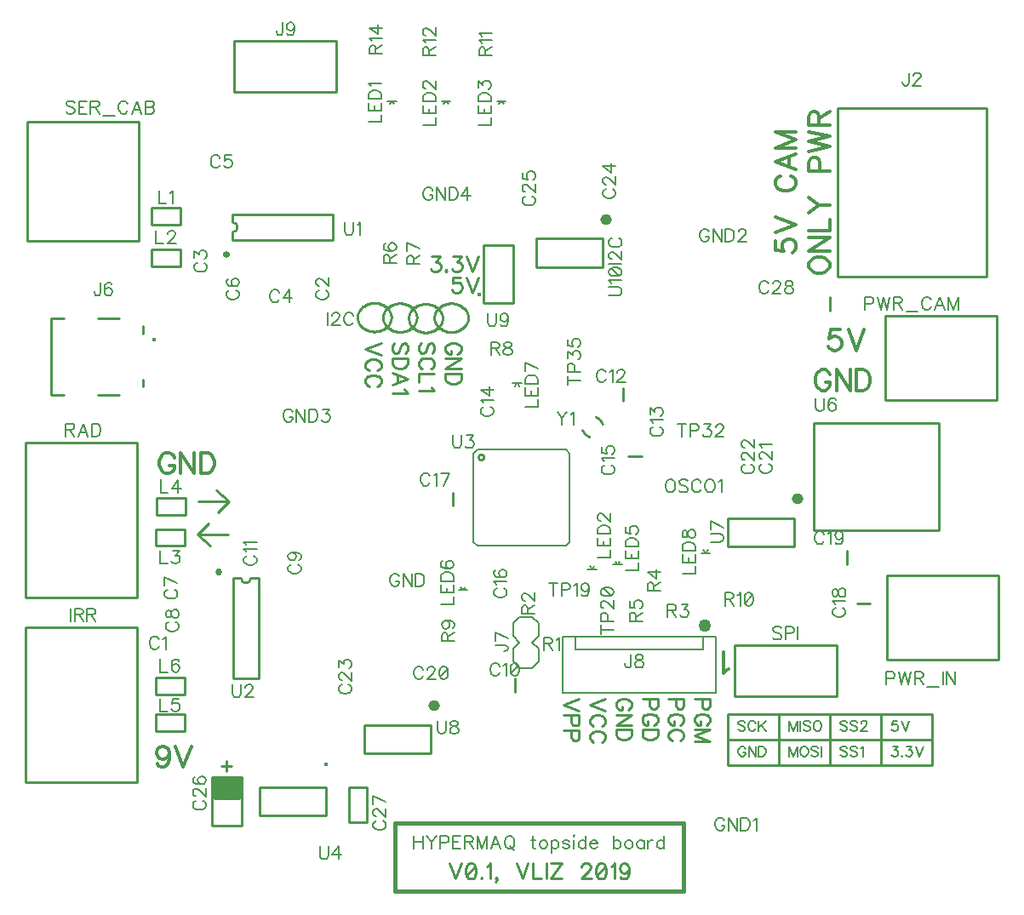
<source format=gto>
G04 DipTrace 3.3.1.3*
G04 Topsidev0.gto*
%MOMM*%
G04 #@! TF.FileFunction,Legend,Top*
G04 #@! TF.Part,Single*
%ADD10C,0.25*%
%ADD14C,0.381*%
%ADD19C,0.254*%
%ADD37O,0.45039X0.44908*%
%ADD40C,0.2032*%
%ADD42O,1.25409X1.28622*%
%ADD43C,0.127*%
%ADD48O,0.69724X0.69708*%
%ADD50O,0.69708X0.69724*%
%ADD54O,0.39124X0.39193*%
%ADD59O,1.13934X1.09392*%
%ADD60O,0.40915X0.40882*%
%ADD138C,0.19608*%
%ADD139C,0.15686*%
%ADD140C,0.31373*%
%ADD141C,0.23529*%
%FSLAX35Y35*%
G04*
G71*
G90*
G75*
G01*
G04 TopSilk*
%LPD*%
X4546323Y2173423D2*
D10*
Y2303323D1*
X5623053Y5194950D2*
Y5065050D1*
X5807950Y4519947D2*
X5678050D1*
X3933053Y4154950D2*
Y4025050D1*
X8081823Y3054073D2*
X7951923D1*
X7852053Y3573323D2*
Y3443423D1*
X1732257Y1434144D2*
X1627141D1*
X1557739Y1112312D2*
X1807765D1*
X1680518Y1487278D2*
Y1382231D1*
X1830135Y1325044D2*
X1532272D1*
Y844002D1*
X1830135D1*
Y1325044D1*
G36*
X1827335Y1318097D2*
X1536472D1*
Y1109675D1*
X1827335D1*
Y1318097D1*
G37*
X2895637Y872890D2*
D10*
X3073237D1*
Y1222497D1*
X2895637D1*
Y872890D1*
X3747116Y5895061D2*
X3747525Y5904993D1*
X3748749Y5914878D1*
X3750784Y5924665D1*
X3753618Y5934309D1*
X3757239Y5943761D1*
X3761628Y5952976D1*
X3766764Y5961909D1*
X3772623Y5970516D1*
X3779174Y5978756D1*
X3786388Y5986587D1*
X3794228Y5993973D1*
X3802656Y6000877D1*
X3811631Y6007266D1*
X3821110Y6013108D1*
X3831046Y6018374D1*
X3841391Y6023040D1*
X3852095Y6027083D1*
X3863105Y6030482D1*
X3874368Y6033221D1*
X3885828Y6035288D1*
X3897431Y6036671D1*
X3909119Y6037364D1*
X3920835D1*
X3932523Y6036671D1*
X3944126Y6035288D1*
X3955586Y6033221D1*
X3966849Y6030482D1*
X3977859Y6027083D1*
X3988563Y6023040D1*
X3998908Y6018374D1*
X4008844Y6013108D1*
X4018323Y6007266D1*
X4027298Y6000877D1*
X4035726Y5993973D1*
X4043566Y5986587D1*
X4050780Y5978756D1*
X4057331Y5970516D1*
X4063190Y5961909D1*
X4068326Y5952976D1*
X4072715Y5943761D1*
X4076336Y5934309D1*
X4079170Y5924665D1*
X4081205Y5914878D1*
X4082429Y5904993D1*
X4082838Y5895061D1*
X4082429Y5885128D1*
X4081205Y5875244D1*
X4079170Y5865456D1*
X4076336Y5855813D1*
X4072715Y5846360D1*
X4068326Y5837145D1*
X4063190Y5828212D1*
X4057331Y5819605D1*
X4050780Y5811366D1*
X4043566Y5803534D1*
X4035726Y5796148D1*
X4027298Y5789244D1*
X4018323Y5782856D1*
X4008844Y5777014D1*
X3998908Y5771747D1*
X3988563Y5767081D1*
X3977859Y5763039D1*
X3966849Y5759639D1*
X3955586Y5756900D1*
X3944126Y5754834D1*
X3932523Y5753450D1*
X3920835Y5752757D1*
X3909119D1*
X3897431Y5753450D1*
X3885828Y5754834D1*
X3874368Y5756900D1*
X3863105Y5759639D1*
X3852095Y5763039D1*
X3841391Y5767081D1*
X3831046Y5771747D1*
X3821110Y5777014D1*
X3811631Y5782856D1*
X3802656Y5789244D1*
X3794228Y5796148D1*
X3786388Y5803534D1*
X3779174Y5811366D1*
X3772623Y5819605D1*
X3766764Y5828212D1*
X3761628Y5837145D1*
X3757239Y5846360D1*
X3753618Y5855813D1*
X3750784Y5865456D1*
X3748749Y5875244D1*
X3747525Y5885128D1*
X3747116Y5895061D1*
X3491746Y5889655D2*
X3492155Y5899588D1*
X3493380Y5909472D1*
X3495414Y5919260D1*
X3498249Y5928903D1*
X3501870Y5938356D1*
X3506259Y5947571D1*
X3511395Y5956504D1*
X3517253Y5965111D1*
X3523805Y5973350D1*
X3531018Y5981182D1*
X3538858Y5988568D1*
X3547286Y5995472D1*
X3556262Y6001860D1*
X3565741Y6007702D1*
X3575677Y6012969D1*
X3586022Y6017635D1*
X3596726Y6021677D1*
X3607736Y6025077D1*
X3618998Y6027816D1*
X3630459Y6029882D1*
X3642061Y6031266D1*
X3653749Y6031959D1*
X3665466D1*
X3677154Y6031266D1*
X3688756Y6029882D1*
X3700217Y6027816D1*
X3711480Y6025077D1*
X3722490Y6021677D1*
X3733193Y6017635D1*
X3743538Y6012969D1*
X3753475Y6007702D1*
X3762953Y6001860D1*
X3771929Y5995472D1*
X3780357Y5988568D1*
X3788197Y5981182D1*
X3795410Y5973350D1*
X3801962Y5965111D1*
X3807820Y5956504D1*
X3812957Y5947571D1*
X3817346Y5938356D1*
X3820966Y5928903D1*
X3823801Y5919260D1*
X3825835Y5909472D1*
X3827060Y5899588D1*
X3827469Y5889655D1*
X3827060Y5879723D1*
X3825835Y5869838D1*
X3823801Y5860051D1*
X3820966Y5850407D1*
X3817346Y5840955D1*
X3812957Y5831740D1*
X3807820Y5822807D1*
X3801962Y5814200D1*
X3795410Y5805960D1*
X3788197Y5798129D1*
X3780357Y5790743D1*
X3771929Y5783839D1*
X3762953Y5777450D1*
X3753475Y5771608D1*
X3743538Y5766342D1*
X3733193Y5761676D1*
X3722490Y5757633D1*
X3711480Y5754234D1*
X3700217Y5751495D1*
X3688756Y5749428D1*
X3677154Y5748045D1*
X3665466Y5747352D1*
X3653749D1*
X3642061Y5748045D1*
X3630459Y5749428D1*
X3618998Y5751495D1*
X3607736Y5754234D1*
X3596726Y5757633D1*
X3586022Y5761676D1*
X3575677Y5766342D1*
X3565741Y5771608D1*
X3556262Y5777450D1*
X3547286Y5783839D1*
X3538858Y5790743D1*
X3531018Y5798129D1*
X3523805Y5805960D1*
X3517253Y5814200D1*
X3511395Y5822807D1*
X3506259Y5831740D1*
X3501870Y5840955D1*
X3498249Y5850407D1*
X3495414Y5860051D1*
X3493380Y5869838D1*
X3492155Y5879723D1*
X3491746Y5889655D1*
X3236927Y5895648D2*
X3237336Y5905581D1*
X3238561Y5915465D1*
X3240596Y5925253D1*
X3243430Y5934896D1*
X3247051Y5944349D1*
X3251440Y5953564D1*
X3256576Y5962496D1*
X3262434Y5971104D1*
X3268986Y5979343D1*
X3276199Y5987175D1*
X3284039Y5994561D1*
X3292468Y6001465D1*
X3301443Y6007853D1*
X3310922Y6013695D1*
X3320858Y6018962D1*
X3331203Y6023628D1*
X3341907Y6027670D1*
X3352917Y6031069D1*
X3364179Y6033809D1*
X3375640Y6035875D1*
X3387242Y6037259D1*
X3398930Y6037952D1*
X3410647D1*
X3422335Y6037259D1*
X3433937Y6035875D1*
X3445398Y6033809D1*
X3456661Y6031069D1*
X3467671Y6027670D1*
X3478374Y6023628D1*
X3488719Y6018962D1*
X3498656Y6013695D1*
X3508134Y6007853D1*
X3517110Y6001465D1*
X3525538Y5994561D1*
X3533378Y5987175D1*
X3540591Y5979343D1*
X3547143Y5971104D1*
X3553001Y5962496D1*
X3558138Y5953564D1*
X3562527Y5944349D1*
X3566147Y5934896D1*
X3568982Y5925253D1*
X3571016Y5915465D1*
X3572241Y5905581D1*
X3572650Y5895648D1*
X3572241Y5885716D1*
X3571016Y5875831D1*
X3568982Y5866044D1*
X3566147Y5856400D1*
X3562527Y5846948D1*
X3558138Y5837733D1*
X3553001Y5828800D1*
X3547143Y5820193D1*
X3540591Y5811953D1*
X3533378Y5804121D1*
X3525538Y5796736D1*
X3517110Y5789832D1*
X3508134Y5783443D1*
X3498656Y5777601D1*
X3488719Y5772335D1*
X3478374Y5767669D1*
X3467671Y5763626D1*
X3456661Y5760227D1*
X3445398Y5757488D1*
X3433937Y5755421D1*
X3422335Y5754038D1*
X3410647Y5753345D1*
X3398930D1*
X3387242Y5754038D1*
X3375640Y5755421D1*
X3364179Y5757488D1*
X3352917Y5760227D1*
X3341907Y5763626D1*
X3331203Y5767669D1*
X3320858Y5772335D1*
X3310922Y5777601D1*
X3301443Y5783443D1*
X3292468Y5789832D1*
X3284039Y5796736D1*
X3276199Y5804121D1*
X3268986Y5811953D1*
X3262434Y5820193D1*
X3256576Y5828800D1*
X3251440Y5837733D1*
X3247051Y5846948D1*
X3243430Y5856400D1*
X3240596Y5866044D1*
X3238561Y5875831D1*
X3237336Y5885716D1*
X3236927Y5895648D1*
X2982108Y5898645D2*
X2982517Y5908577D1*
X2983742Y5918462D1*
X2985777Y5928249D1*
X2988611Y5937893D1*
X2992232Y5947345D1*
X2996621Y5956560D1*
X3001757Y5965493D1*
X3007615Y5974100D1*
X3014167Y5982340D1*
X3021380Y5990171D1*
X3029220Y5997557D1*
X3037649Y6004461D1*
X3046624Y6010850D1*
X3056103Y6016692D1*
X3066039Y6021958D1*
X3076384Y6026624D1*
X3087088Y6030667D1*
X3098098Y6034066D1*
X3109360Y6036805D1*
X3120821Y6038872D1*
X3132423Y6040255D1*
X3144111Y6040948D1*
X3155828D1*
X3167516Y6040255D1*
X3179118Y6038872D1*
X3190579Y6036805D1*
X3201842Y6034066D1*
X3212852Y6030667D1*
X3223555Y6026624D1*
X3233900Y6021958D1*
X3243837Y6016692D1*
X3253315Y6010850D1*
X3262291Y6004461D1*
X3270719Y5997557D1*
X3278559Y5990171D1*
X3285772Y5982340D1*
X3292324Y5974100D1*
X3298182Y5965493D1*
X3303319Y5956560D1*
X3307708Y5947345D1*
X3311328Y5937893D1*
X3314163Y5928249D1*
X3316197Y5918462D1*
X3317422Y5908577D1*
X3317831Y5898645D1*
X3317422Y5888712D1*
X3316197Y5878828D1*
X3314163Y5869040D1*
X3311328Y5859397D1*
X3307708Y5849944D1*
X3303319Y5840729D1*
X3298182Y5831796D1*
X3292324Y5823189D1*
X3285772Y5814950D1*
X3278559Y5807118D1*
X3270719Y5799732D1*
X3262291Y5792828D1*
X3253315Y5786440D1*
X3243837Y5780598D1*
X3233900Y5775331D1*
X3223555Y5770665D1*
X3212852Y5766623D1*
X3201842Y5763223D1*
X3190579Y5760484D1*
X3179118Y5758418D1*
X3167516Y5757034D1*
X3155828Y5756341D1*
X3144111D1*
X3132423Y5757034D1*
X3120821Y5758418D1*
X3109360Y5760484D1*
X3098098Y5763223D1*
X3087088Y5766623D1*
X3076384Y5770665D1*
X3066039Y5775331D1*
X3056103Y5780598D1*
X3046624Y5786440D1*
X3037649Y5792828D1*
X3029220Y5799732D1*
X3021380Y5807118D1*
X3014167Y5814950D1*
X3007615Y5823189D1*
X3001757Y5831796D1*
X2996621Y5840729D1*
X2992232Y5849944D1*
X2988611Y5859397D1*
X2985777Y5869040D1*
X2983742Y5878828D1*
X2982517Y5888712D1*
X2982108Y5898645D1*
X9358000Y3335000D2*
X8248037D1*
Y2495000D1*
X9358000D1*
Y3335000D1*
X9338000Y5915000D2*
X8228037D1*
Y5075000D1*
X9338000D1*
Y5915000D1*
X-318250Y3115000D2*
X791713D1*
Y4655000D1*
X-318250D1*
Y3115000D1*
Y1275000D2*
X791713D1*
Y2815000D1*
X-318250D1*
Y1275000D1*
X-300000Y6655000D2*
X809963D1*
Y7845000D1*
X-300000D1*
Y6655000D1*
X-67000Y5889974D2*
X57982D1*
X398025D2*
X607966D1*
X-67000Y5130026D2*
X57982D1*
X398025D2*
X607966D1*
X853018Y5809968D2*
Y5739990D1*
Y5280010D2*
Y5210032D1*
X-67000Y5889974D2*
Y5130026D1*
D37*
X955480Y5672519D3*
X4531000Y2474280D2*
D40*
Y2601280D1*
X4594500Y2664780D1*
X4721500D2*
X4785000Y2601280D1*
X4594500Y2664780D2*
X4531000Y2728280D1*
Y2855280D1*
X4594500Y2918780D1*
X4721500D2*
X4785000Y2855280D1*
Y2728280D1*
X4721500Y2664780D1*
X4594500Y2410780D2*
X4721500D1*
X4531000Y2474280D2*
X4594500Y2410780D1*
X4721500D2*
X4785000Y2474280D1*
Y2601280D2*
Y2474280D1*
X4594500Y2918780D2*
X4721500D1*
D42*
X6435515Y2831282D3*
X6544914Y2165200D2*
D43*
Y2724024D1*
X5021000Y2165200D2*
Y2724024D1*
Y2165200D2*
X6544914D1*
X5021000Y2724024D2*
X5147909D1*
X6418171D1*
X6544914D1*
X6418171D2*
Y2597009D1*
X5147909D1*
Y2724024D1*
X2774500Y8137627D2*
D10*
X1758500D1*
Y8645627D1*
X2774500D1*
Y8137627D1*
X1220843Y6819875D2*
X935257D1*
Y6987025D1*
X1220843D1*
Y6819875D1*
Y6407128D2*
X935257D1*
Y6574278D1*
X1220843D1*
Y6407128D1*
X1259967Y3624255D2*
X974380D1*
Y3791405D1*
X1259967D1*
Y3624255D1*
X1268467Y3930628D2*
X982880D1*
Y4097778D1*
X1268467D1*
Y3930628D1*
X1259967Y1784255D2*
X974380D1*
Y1951405D1*
X1259967D1*
Y1784255D1*
Y2144255D2*
X974380D1*
Y2311405D1*
X1259967D1*
Y2144255D1*
X3369250Y8050830D2*
D40*
X3323250D1*
X3277250D2*
X3323250D1*
X3346627Y8019849D1*
X3320711Y8049289D2*
X3301409Y8019849D1*
X3909250Y8050830D2*
X3863250D1*
X3817250D2*
X3863250D1*
X3886627Y8019849D1*
X3860711Y8049289D2*
X3841409Y8019849D1*
X4459250Y8050830D2*
X4413250D1*
X4367250D2*
X4413250D1*
X4436627Y8019849D1*
X4410711Y8049289D2*
X4391409Y8019849D1*
X5272123Y3391753D2*
X5318123D1*
X5364123D2*
X5318123D1*
X5294746Y3422734D1*
X5320663Y3393294D2*
X5339964Y3422734D1*
X5522000Y3438003D2*
X5568000D1*
X5614000D2*
X5568000D1*
X5544623Y3468984D1*
X5570539Y3439544D2*
X5589841Y3468984D1*
X3986250Y3185376D2*
X4032250D1*
X4078250D2*
X4032250D1*
X4008873Y3216357D1*
X4034789Y3186917D2*
X4054091Y3216357D1*
X4618000Y5244247D2*
X4572000D1*
X4526000D2*
X4572000D1*
X4595377Y5213266D1*
X4569461Y5242706D2*
X4550159Y5213266D1*
X6399250Y3550503D2*
X6445250D1*
X6491250D2*
X6445250D1*
X6421873Y3581484D1*
X6447789Y3552044D2*
X6467091Y3581484D1*
X6731000Y2635250D2*
D10*
X7747000D1*
Y2127250D1*
X6731000D1*
Y2635250D1*
X1738374Y6664387D2*
X2738338D1*
X1738374Y6924867D2*
X2738338D1*
Y6664387D2*
Y6924867D1*
X1738374Y6664387D2*
Y6744307D1*
Y6844947D2*
Y6924867D1*
Y6744307D2*
G03X1738374Y6844947I-268J50320D01*
G01*
D48*
X1680344Y6520161D3*
X1742760Y3305499D2*
D10*
Y2305535D1*
X2003240Y3305499D2*
Y2305535D1*
X1742760D2*
X2003240D1*
X1742760Y3305499D2*
X1822680D1*
X1923320D2*
X2003240D1*
X1822680D2*
G03X1923320Y3305499I50320J268D01*
G01*
D50*
X1598534Y3363530D3*
X4135016Y4544029D2*
D40*
X4174971Y4583984D1*
X5055029D1*
X5094984Y4544029D1*
Y3663971D1*
X5055029Y3624016D1*
X4174971D1*
X4135016Y3663971D1*
Y4544029D1*
X4186761Y4504009D2*
D19*
G02X4186761Y4504009I28230J0D01*
G01*
D54*
X2668730Y1450444D3*
X2671369Y1223749D2*
D10*
X2011402D1*
X2671369Y943751D2*
X2011402D1*
Y1223749D2*
Y943751D1*
X2671369Y1223749D2*
Y943751D1*
X8763857Y4849493D2*
X7519257D1*
Y3782693D1*
X8763857D1*
Y4849493D1*
D59*
X7357715Y4089797D3*
X7323144Y3898043D2*
D10*
X6663138D1*
X7323144Y3618203D2*
X6663138D1*
Y3898043D2*
Y3618203D1*
X7323144Y3898043D2*
Y3618203D1*
D59*
X3742591Y2031674D3*
X3708020Y1839920D2*
D10*
X3048015D1*
X3708020Y1560080D2*
X3048015D1*
Y1839920D2*
Y1560080D1*
X3708020Y1839920D2*
Y1560080D1*
X4233222Y6041935D2*
X4527983D1*
Y6620178D1*
X4233222D1*
Y6041935D1*
D60*
X4191414Y6128816D3*
D59*
X5452591Y6871674D3*
X5418020Y6679920D2*
D10*
X4758015D1*
X5418020Y6400080D2*
X4758015D1*
Y6679920D2*
Y6400080D1*
X5418020Y6679920D2*
Y6400080D1*
X5222609Y4773319D2*
G03X5295236Y4704531I99830J32667D01*
G01*
X5423469Y4832764D2*
G03X5354681Y4905391I-101455J-27202D01*
G01*
X9237392Y6301500D2*
X7756855D1*
Y7979900D1*
X9237392D1*
Y6301500D1*
X7677427Y6097450D2*
Y5967550D1*
X1398000Y4070000D2*
D19*
X1708000D1*
X1578000Y4180000D2*
X1708000Y4070000D1*
X1598000Y3960000D1*
X1698000Y3740000D2*
X1388000D1*
X1518000Y3630000D2*
X1388000Y3740000D1*
X1498000Y3850000D1*
X3355017Y863670D2*
D14*
X6223000D1*
Y188960D1*
X3355017D1*
Y863670D1*
X6663123Y1954500D2*
D10*
X7171123D1*
Y1700500D1*
X6663123D1*
Y1954500D1*
Y1700500D2*
X7171123D1*
Y1446500D1*
X6663123D1*
Y1700500D1*
X7171123Y1954500D2*
X7679123D1*
Y1700500D1*
X7171123D1*
Y1954500D1*
Y1700500D2*
X7679123D1*
Y1446500D1*
X7171123D1*
Y1700500D1*
X7679123Y1954500D2*
X8187123D1*
Y1700500D1*
X7679123D1*
Y1954500D1*
Y1700500D2*
X8187123D1*
Y1446500D1*
X7679123D1*
Y1700500D1*
X8187123Y1954500D2*
X8695123D1*
Y1700500D1*
X8187123D1*
Y1954500D1*
Y1700500D2*
X8695123D1*
Y1446500D1*
X8187123D1*
Y1700500D1*
X1006965Y2693787D2*
D138*
X1000929Y2705860D1*
X988715Y2718073D1*
X976642Y2724110D1*
X952356D1*
X940142Y2718073D1*
X928069Y2705860D1*
X921892Y2693787D1*
X915856Y2675537D1*
Y2645073D1*
X921892Y2626964D1*
X928069Y2614750D1*
X940142Y2602677D1*
X952356Y2596500D1*
X976642D1*
X988715Y2602677D1*
X1000929Y2614750D1*
X1006965Y2626964D1*
X1046181Y2699683D2*
X1058394Y2705860D1*
X1076644Y2723970D1*
Y2596500D1*
X2598837Y6167164D2*
X2586764Y6161127D1*
X2574550Y6148914D1*
X2568513Y6136841D1*
Y6112554D1*
X2574550Y6100341D1*
X2586763Y6088268D1*
X2598836Y6082091D1*
X2617086Y6076054D1*
X2647550D1*
X2665660Y6082091D1*
X2677873Y6088268D1*
X2689946Y6100341D1*
X2696123Y6112554D1*
Y6136841D1*
X2689946Y6148914D1*
X2677873Y6161127D1*
X2665660Y6167164D1*
X2598977Y6212557D2*
X2592940D1*
X2580727Y6218593D1*
X2574690Y6224630D1*
X2568654Y6236843D1*
Y6261130D1*
X2574690Y6273203D1*
X2580727Y6279239D1*
X2592940Y6285416D1*
X2605014D1*
X2617227Y6279239D1*
X2635337Y6267166D1*
X2696123Y6206379D1*
Y6291453D1*
X1388087Y6441284D2*
X1376014Y6435247D1*
X1363800Y6423034D1*
X1357763Y6410961D1*
Y6386674D1*
X1363800Y6374461D1*
X1376013Y6362388D1*
X1388086Y6356211D1*
X1406336Y6350174D1*
X1436800D1*
X1454910Y6356211D1*
X1467123Y6362388D1*
X1479196Y6374461D1*
X1485373Y6386674D1*
Y6410961D1*
X1479196Y6423034D1*
X1467123Y6435247D1*
X1454910Y6441284D1*
X1357904Y6492713D2*
Y6559396D1*
X1406477Y6523036D1*
Y6541286D1*
X1412514Y6553359D1*
X1418550Y6559396D1*
X1436800Y6565573D1*
X1448873D1*
X1467123Y6559396D1*
X1479337Y6547323D1*
X1485373Y6529073D1*
Y6510823D1*
X1479337Y6492713D1*
X1473160Y6486676D1*
X1461087Y6480500D1*
X2203392Y6144290D2*
X2197356Y6156363D1*
X2185142Y6168577D1*
X2173069Y6174613D1*
X2148783D1*
X2136569Y6168577D1*
X2124496Y6156363D1*
X2118319Y6144290D1*
X2112283Y6126040D1*
Y6095577D1*
X2118319Y6077467D1*
X2124496Y6065254D1*
X2136569Y6053181D1*
X2148783Y6047004D1*
X2173069D1*
X2185142Y6053181D1*
X2197356Y6065254D1*
X2203392Y6077467D1*
X2303394Y6047004D2*
Y6174473D1*
X2242608Y6089540D1*
X2333717D1*
X1613534Y7482284D2*
X1607497Y7494357D1*
X1595284Y7506570D1*
X1583211Y7512607D1*
X1558924D1*
X1546711Y7506570D1*
X1534638Y7494357D1*
X1528461Y7482284D1*
X1522424Y7464034D1*
Y7433570D1*
X1528461Y7415460D1*
X1534638Y7403247D1*
X1546711Y7391174D1*
X1558924Y7384997D1*
X1583211D1*
X1595284Y7391174D1*
X1607497Y7403247D1*
X1613534Y7415460D1*
X1725609Y7512466D2*
X1664963D1*
X1658926Y7457857D1*
X1664963Y7463893D1*
X1683213Y7470070D1*
X1701323D1*
X1719573Y7463893D1*
X1731786Y7451820D1*
X1737823Y7433570D1*
Y7421497D1*
X1731786Y7403247D1*
X1719573Y7391034D1*
X1701323Y7384997D1*
X1683213D1*
X1664963Y7391034D1*
X1658926Y7397210D1*
X1652749Y7409284D1*
X1708210Y6168502D2*
X1696137Y6162466D1*
X1683923Y6150253D1*
X1677887Y6138179D1*
Y6113893D1*
X1683923Y6101679D1*
X1696137Y6089606D1*
X1708210Y6083429D1*
X1726460Y6077393D1*
X1756923D1*
X1775033Y6083429D1*
X1787246Y6089606D1*
X1799320Y6101679D1*
X1805496Y6113893D1*
Y6138179D1*
X1799320Y6150252D1*
X1787246Y6162466D1*
X1775033Y6168502D1*
X1696137Y6280578D2*
X1684064Y6274541D1*
X1678027Y6256291D1*
Y6244218D1*
X1684064Y6225968D1*
X1702314Y6213755D1*
X1732637Y6207718D1*
X1762960D1*
X1787246Y6213755D1*
X1799460Y6225968D1*
X1805496Y6244218D1*
Y6250254D1*
X1799460Y6268364D1*
X1787246Y6280578D1*
X1768996Y6286614D1*
X1762960D1*
X1744710Y6280578D1*
X1732637Y6268364D1*
X1726600Y6250255D1*
Y6244218D1*
X1732637Y6225968D1*
X1744710Y6213755D1*
X1762960Y6207718D1*
X1094337Y3190534D2*
X1082264Y3184497D1*
X1070050Y3172284D1*
X1064013Y3160211D1*
Y3135924D1*
X1070050Y3123711D1*
X1082263Y3111638D1*
X1094336Y3105461D1*
X1112586Y3099424D1*
X1143050D1*
X1161160Y3105461D1*
X1173373Y3111638D1*
X1185446Y3123711D1*
X1191623Y3135924D1*
Y3160211D1*
X1185446Y3172284D1*
X1173373Y3184497D1*
X1161160Y3190534D1*
X1191623Y3254036D2*
X1064154Y3314823D1*
Y3229750D1*
X1106087Y2867731D2*
X1094014Y2861694D1*
X1081800Y2849481D1*
X1075763Y2837408D1*
Y2813121D1*
X1081800Y2800908D1*
X1094013Y2788835D1*
X1106086Y2782658D1*
X1124336Y2776621D1*
X1154800D1*
X1172910Y2782658D1*
X1185123Y2788835D1*
X1197196Y2800908D1*
X1203373Y2813121D1*
Y2837408D1*
X1197196Y2849481D1*
X1185123Y2861694D1*
X1172910Y2867731D1*
X1075904Y2937270D2*
X1081940Y2919160D1*
X1094014Y2912983D1*
X1106227D1*
X1118300Y2919160D1*
X1124477Y2931233D1*
X1130514Y2955519D1*
X1136550Y2973769D1*
X1148764Y2985843D1*
X1160837Y2991879D1*
X1179087D1*
X1191160Y2985842D1*
X1197337Y2979806D1*
X1203373Y2961556D1*
Y2937269D1*
X1197337Y2919160D1*
X1191160Y2912983D1*
X1179087Y2906946D1*
X1160837D1*
X1148764Y2912983D1*
X1136550Y2925196D1*
X1130514Y2943306D1*
X1124477Y2967593D1*
X1118300Y2979806D1*
X1106227Y2985843D1*
X1094014D1*
X1081940Y2979806D1*
X1075904Y2961556D1*
Y2937270D1*
X2322710Y3441552D2*
X2310637Y3435516D1*
X2298423Y3423302D1*
X2292387Y3411229D1*
Y3386943D1*
X2298423Y3374729D1*
X2310637Y3362656D1*
X2322710Y3356479D1*
X2340960Y3350443D1*
X2371423D1*
X2389533Y3356479D1*
X2401746Y3362656D1*
X2413820Y3374729D1*
X2419996Y3386943D1*
Y3411229D1*
X2413820Y3423302D1*
X2401746Y3435516D1*
X2389533Y3441552D1*
X2334923Y3559804D2*
X2353173Y3553627D1*
X2365387Y3541554D1*
X2371423Y3523304D1*
Y3517268D1*
X2365387Y3499018D1*
X2353173Y3486945D1*
X2334923Y3480768D1*
X2328887D1*
X2310637Y3486945D1*
X2298564Y3499018D1*
X2292527Y3517268D1*
Y3523304D1*
X2298564Y3541554D1*
X2310637Y3553627D1*
X2334923Y3559804D1*
X2365387D1*
X2395710Y3553627D1*
X2413960Y3541554D1*
X2419996Y3523304D1*
Y3511231D1*
X2413960Y3492981D1*
X2401746Y3486945D1*
X4394921Y2429037D2*
X4388884Y2441110D1*
X4376671Y2453323D1*
X4364598Y2459360D1*
X4340311D1*
X4328098Y2453323D1*
X4316025Y2441110D1*
X4309848Y2429037D1*
X4303811Y2410787D1*
Y2380323D1*
X4309848Y2362214D1*
X4316025Y2350000D1*
X4328098Y2337927D1*
X4340311Y2331750D1*
X4364598D1*
X4376671Y2337927D1*
X4388884Y2350000D1*
X4394921Y2362214D1*
X4434137Y2434933D2*
X4446350Y2441110D1*
X4464600Y2459220D1*
Y2331750D1*
X4540316Y2459220D2*
X4522066Y2453183D1*
X4509852Y2434933D1*
X4503816Y2404610D1*
Y2386360D1*
X4509852Y2356037D1*
X4522066Y2337787D1*
X4540316Y2331750D1*
X4552389D1*
X4570639Y2337787D1*
X4582712Y2356037D1*
X4588889Y2386360D1*
Y2404610D1*
X4582712Y2434933D1*
X4570639Y2453183D1*
X4552389Y2459220D1*
X4540316D1*
X4582712Y2434933D2*
X4509852Y2356037D1*
X1882337Y3525753D2*
X1870264Y3519716D1*
X1858050Y3507503D1*
X1852013Y3495430D1*
Y3471143D1*
X1858050Y3458930D1*
X1870263Y3446857D1*
X1882336Y3440680D1*
X1900586Y3434643D1*
X1931050D1*
X1949160Y3440680D1*
X1961373Y3446856D1*
X1973446Y3458930D1*
X1979623Y3471143D1*
Y3495429D1*
X1973446Y3507502D1*
X1961373Y3519716D1*
X1949160Y3525752D1*
X1876440Y3564968D2*
X1870264Y3577182D1*
X1852154Y3595432D1*
X1979623D1*
X1876440Y3634647D2*
X1870264Y3646861D1*
X1852154Y3665111D1*
X1979623D1*
X5451598Y5350664D2*
X5445561Y5362737D1*
X5433348Y5374950D1*
X5421274Y5380987D1*
X5396988D1*
X5384774Y5374950D1*
X5372701Y5362737D1*
X5366524Y5350664D1*
X5360488Y5332414D1*
Y5301950D1*
X5366524Y5283840D1*
X5372701Y5271627D1*
X5384774Y5259554D1*
X5396988Y5253377D1*
X5421274D1*
X5433348Y5259554D1*
X5445561Y5271627D1*
X5451598Y5283840D1*
X5490813Y5356560D2*
X5503027Y5362737D1*
X5521277Y5380846D1*
Y5253377D1*
X5566669Y5350523D2*
Y5356560D1*
X5572706Y5368773D1*
X5578742Y5374810D1*
X5590956Y5380846D1*
X5615242D1*
X5627315Y5374810D1*
X5633352Y5368773D1*
X5639529Y5356560D1*
Y5344487D1*
X5633352Y5332273D1*
X5621279Y5314164D1*
X5560492Y5253377D1*
X5645565D1*
X5922337Y4808544D2*
X5910264Y4802508D1*
X5898050Y4790294D1*
X5892013Y4778221D1*
Y4753935D1*
X5898050Y4741721D1*
X5910263Y4729648D1*
X5922336Y4723471D1*
X5940586Y4717435D1*
X5971050D1*
X5989160Y4723471D1*
X6001373Y4729648D1*
X6013446Y4741721D1*
X6019623Y4753935D1*
Y4778221D1*
X6013446Y4790294D1*
X6001373Y4802508D1*
X5989160Y4808544D1*
X5916440Y4847760D2*
X5910264Y4859974D1*
X5892154Y4878224D1*
X6019623Y4878223D1*
X5892154Y4929653D2*
Y4996335D1*
X5940727Y4959976D1*
Y4978226D1*
X5946764Y4990299D1*
X5952800Y4996335D1*
X5971050Y5002512D1*
X5983123D1*
X6001373Y4996335D1*
X6013587Y4984262D1*
X6019623Y4966012D1*
Y4947762D1*
X6013587Y4929653D1*
X6007410Y4923616D1*
X5995337Y4917439D1*
X4238460Y5008179D2*
X4226387Y5002143D1*
X4214173Y4989930D1*
X4208137Y4977856D1*
Y4953570D1*
X4214173Y4941356D1*
X4226387Y4929283D1*
X4238460Y4923107D1*
X4256710Y4917070D1*
X4287173D1*
X4305283Y4923107D1*
X4317496Y4929283D1*
X4329570Y4941356D1*
X4335746Y4953570D1*
Y4977856D1*
X4329570Y4989929D1*
X4317496Y5002143D1*
X4305283Y5008179D1*
X4232564Y5047395D2*
X4226387Y5059609D1*
X4208277Y5077859D1*
X4335746Y5077858D1*
Y5177861D2*
X4208277D1*
X4293210Y5117074D1*
Y5208184D1*
X5441083Y4426444D2*
X5429010Y4420408D1*
X5416797Y4408194D1*
X5410760Y4396121D1*
Y4371835D1*
X5416797Y4359621D1*
X5429010Y4347548D1*
X5441083Y4341371D1*
X5459333Y4335335D1*
X5489797D1*
X5507906Y4341371D1*
X5520120Y4347548D1*
X5532193Y4359621D1*
X5538370Y4371835D1*
Y4396121D1*
X5532193Y4408194D1*
X5520120Y4420408D1*
X5507906Y4426444D1*
X5435187Y4465660D2*
X5429010Y4477874D1*
X5410901Y4496124D1*
X5538370Y4496123D1*
X5410901Y4608199D2*
Y4547553D1*
X5465510Y4541516D1*
X5459474Y4547553D1*
X5453297Y4565803D1*
Y4583912D1*
X5459474Y4602162D1*
X5471547Y4614376D1*
X5489797Y4620412D1*
X5501870D1*
X5520120Y4614376D1*
X5532333Y4602162D1*
X5538370Y4583912D1*
Y4565802D1*
X5532333Y4547553D1*
X5526156Y4541516D1*
X5514083Y4535339D1*
X4369587Y3202783D2*
X4357514Y3196746D1*
X4345300Y3184533D1*
X4339263Y3172460D1*
Y3148173D1*
X4345300Y3135960D1*
X4357513Y3123887D1*
X4369586Y3117710D1*
X4387836Y3111673D1*
X4418300D1*
X4436410Y3117710D1*
X4448623Y3123887D1*
X4460696Y3135960D1*
X4466873Y3148173D1*
Y3172460D1*
X4460696Y3184533D1*
X4448623Y3196746D1*
X4436410Y3202783D1*
X4363690Y3241999D2*
X4357514Y3254212D1*
X4339404Y3272462D1*
X4466873D1*
X4357514Y3384537D2*
X4345440Y3378501D1*
X4339404Y3360251D1*
Y3348178D1*
X4345440Y3329928D1*
X4363690Y3317714D1*
X4394014Y3311678D1*
X4424337D1*
X4448623Y3317714D1*
X4460837Y3329928D1*
X4466873Y3348177D1*
Y3354214D1*
X4460837Y3372324D1*
X4448623Y3384537D1*
X4430373Y3390574D1*
X4424337D1*
X4406087Y3384537D1*
X4394014Y3372324D1*
X4387977Y3354214D1*
Y3348178D1*
X4394014Y3329928D1*
X4406087Y3317714D1*
X4424337Y3311678D1*
X3701598Y4320664D2*
X3695561Y4332737D1*
X3683348Y4344950D1*
X3671274Y4350987D1*
X3646988D1*
X3634774Y4344950D1*
X3622701Y4332737D1*
X3616524Y4320664D1*
X3610488Y4302414D1*
Y4271950D1*
X3616524Y4253840D1*
X3622701Y4241627D1*
X3634774Y4229554D1*
X3646988Y4223377D1*
X3671274D1*
X3683348Y4229554D1*
X3695561Y4241627D1*
X3701598Y4253840D1*
X3740813Y4326560D2*
X3753027Y4332737D1*
X3771277Y4350846D1*
Y4223377D1*
X3834779D2*
X3895565Y4350846D1*
X3810492D1*
X7738583Y3008118D2*
X7726510Y3002081D1*
X7714297Y2989868D1*
X7708260Y2977795D1*
Y2953508D1*
X7714297Y2941295D1*
X7726510Y2929222D1*
X7738583Y2923045D1*
X7756833Y2917008D1*
X7787297D1*
X7805406Y2923045D1*
X7817620Y2929222D1*
X7829693Y2941295D1*
X7835870Y2953508D1*
Y2977795D1*
X7829693Y2989868D1*
X7817620Y3002081D1*
X7805406Y3008118D1*
X7732687Y3047334D2*
X7726510Y3059547D1*
X7708401Y3077797D1*
X7835870D1*
X7708401Y3147336D2*
X7714437Y3129226D1*
X7726510Y3123049D1*
X7738724D1*
X7750797Y3129226D1*
X7756974Y3141299D1*
X7763010Y3165586D1*
X7769047Y3183836D1*
X7781260Y3195909D1*
X7793333Y3201945D1*
X7811583D1*
X7823656Y3195909D1*
X7829833Y3189872D1*
X7835870Y3171622D1*
Y3147336D1*
X7829833Y3129226D1*
X7823656Y3123049D1*
X7811583Y3117013D1*
X7793333D1*
X7781260Y3123049D1*
X7769047Y3135263D1*
X7763010Y3153372D1*
X7756974Y3177659D1*
X7750797Y3189872D1*
X7738724Y3195909D1*
X7726510D1*
X7714437Y3189872D1*
X7708401Y3171622D1*
Y3147336D1*
X7623616Y3739037D2*
X7617579Y3751110D1*
X7605366Y3763323D1*
X7593293Y3769360D1*
X7569006D1*
X7556793Y3763323D1*
X7544720Y3751110D1*
X7538543Y3739037D1*
X7532506Y3720787D1*
Y3690323D1*
X7538543Y3672214D1*
X7544720Y3660000D1*
X7556793Y3647927D1*
X7569006Y3641750D1*
X7593293D1*
X7605366Y3647927D1*
X7617579Y3660000D1*
X7623616Y3672214D1*
X7662831Y3744933D2*
X7675045Y3751110D1*
X7693295Y3769220D1*
Y3641750D1*
X7811547Y3726823D2*
X7805370Y3708573D1*
X7793297Y3696360D1*
X7775047Y3690323D1*
X7769011D1*
X7750761Y3696360D1*
X7738688Y3708573D1*
X7732511Y3726823D1*
Y3732860D1*
X7738688Y3751110D1*
X7750761Y3763183D1*
X7769011Y3769220D1*
X7775047D1*
X7793297Y3763183D1*
X7805370Y3751110D1*
X7811547Y3726823D1*
Y3696360D1*
X7805370Y3666037D1*
X7793297Y3647787D1*
X7775047Y3641750D1*
X7762974D1*
X7744724Y3647787D1*
X7738688Y3660000D1*
X3634266Y2395664D2*
X3628230Y2407737D1*
X3616016Y2419950D1*
X3603943Y2425987D1*
X3579656D1*
X3567443Y2419950D1*
X3555370Y2407737D1*
X3549193Y2395664D1*
X3543156Y2377414D1*
Y2346950D1*
X3549193Y2328840D1*
X3555370Y2316627D1*
X3567443Y2304554D1*
X3579656Y2298377D1*
X3603943D1*
X3616016Y2304554D1*
X3628230Y2316627D1*
X3634266Y2328840D1*
X3679659Y2395523D2*
Y2401560D1*
X3685695Y2413773D1*
X3691732Y2419810D1*
X3703945Y2425846D1*
X3728232D1*
X3740305Y2419810D1*
X3746341Y2413773D1*
X3752518Y2401560D1*
Y2389487D1*
X3746341Y2377273D1*
X3734268Y2359164D1*
X3673482Y2298377D1*
X3758555D1*
X3834270Y2425846D2*
X3816020Y2419810D1*
X3803807Y2401560D1*
X3797770Y2371237D1*
Y2352987D1*
X3803807Y2322664D1*
X3816020Y2304414D1*
X3834270Y2298377D1*
X3846344D1*
X3864594Y2304414D1*
X3876667Y2322664D1*
X3882844Y2352987D1*
Y2371237D1*
X3876667Y2401560D1*
X3864594Y2419810D1*
X3846344Y2425846D1*
X3834270D1*
X3876667Y2401560D2*
X3803807Y2322664D1*
X7007460Y4441571D2*
X6995387Y4435535D1*
X6983173Y4423321D1*
X6977137Y4411248D1*
Y4386962D1*
X6983173Y4374748D1*
X6995387Y4362675D1*
X7007460Y4356498D1*
X7025710Y4350462D1*
X7056173D1*
X7074283Y4356498D1*
X7086496Y4362675D1*
X7098570Y4374748D1*
X7104746Y4386961D1*
Y4411248D1*
X7098570Y4423321D1*
X7086496Y4435534D1*
X7074283Y4441571D1*
X7007600Y4486964D2*
X7001564D1*
X6989350Y4493000D1*
X6983314Y4499037D1*
X6977277Y4511250D1*
Y4535537D1*
X6983314Y4547610D1*
X6989350Y4553646D1*
X7001564Y4559823D1*
X7013637D1*
X7025850Y4553646D1*
X7043960Y4541573D1*
X7104746Y4480787D1*
Y4565860D1*
X7001564Y4605075D2*
X6995387Y4617289D1*
X6977277Y4635539D1*
X7104746D1*
X6831210Y4434266D2*
X6819137Y4428230D1*
X6806923Y4416016D1*
X6800887Y4403943D1*
Y4379657D1*
X6806923Y4367443D1*
X6819137Y4355370D1*
X6831210Y4349193D1*
X6849460Y4343157D1*
X6879923D1*
X6898033Y4349193D1*
X6910246Y4355370D1*
X6922320Y4367443D1*
X6928496Y4379657D1*
Y4403943D1*
X6922320Y4416016D1*
X6910246Y4428230D1*
X6898033Y4434266D1*
X6831350Y4479659D2*
X6825314D1*
X6813100Y4485695D1*
X6807064Y4491732D1*
X6801027Y4503945D1*
Y4528232D1*
X6807064Y4540305D1*
X6813100Y4546341D1*
X6825314Y4552518D1*
X6837387D1*
X6849600Y4546341D1*
X6867710Y4534268D1*
X6928496Y4473482D1*
Y4558555D1*
X6831350Y4603947D2*
X6825314Y4603948D1*
X6813100Y4609984D1*
X6807064Y4616021D1*
X6801027Y4628234D1*
Y4652521D1*
X6807064Y4664594D1*
X6813100Y4670630D1*
X6825314Y4676807D1*
X6837387D1*
X6849600Y4670630D1*
X6867710Y4658557D1*
X6928496Y4597771D1*
Y4682844D1*
X2826460Y2244640D2*
X2814387Y2238603D1*
X2802173Y2226390D1*
X2796137Y2214317D1*
Y2190030D1*
X2802173Y2177817D1*
X2814387Y2165744D1*
X2826460Y2159567D1*
X2844710Y2153530D1*
X2875173D1*
X2893283Y2159567D1*
X2905496Y2165744D1*
X2917570Y2177817D1*
X2923746Y2190030D1*
Y2214316D1*
X2917570Y2226389D1*
X2905496Y2238603D1*
X2893283Y2244640D1*
X2826600Y2290032D2*
X2820564D1*
X2808350Y2296069D1*
X2802314Y2302105D1*
X2796277Y2314319D1*
Y2338605D1*
X2802314Y2350678D1*
X2808350Y2356715D1*
X2820564Y2362892D1*
X2832637D1*
X2844850Y2356715D1*
X2862960Y2344642D1*
X2923746Y2283855D1*
Y2368928D1*
X2796277Y2420357D2*
Y2487040D1*
X2844850Y2450680D1*
Y2468930D1*
X2850887Y2481003D1*
X2856923Y2487040D1*
X2875173Y2493217D1*
X2887246D1*
X2905496Y2487040D1*
X2917710Y2474967D1*
X2923746Y2456717D1*
Y2438467D1*
X2917710Y2420357D1*
X2911533Y2414321D1*
X2899460Y2408144D1*
X5452460Y7175248D2*
X5440387Y7169211D1*
X5428173Y7156998D1*
X5422137Y7144925D1*
Y7120638D1*
X5428173Y7108425D1*
X5440387Y7096352D1*
X5452460Y7090175D1*
X5470710Y7084138D1*
X5501173D1*
X5519283Y7090175D1*
X5531496Y7096352D1*
X5543570Y7108425D1*
X5549746Y7120638D1*
Y7144925D1*
X5543570Y7156998D1*
X5531496Y7169211D1*
X5519283Y7175248D1*
X5452600Y7220641D2*
X5446564D1*
X5434350Y7226677D1*
X5428314Y7232714D1*
X5422277Y7244927D1*
Y7269214D1*
X5428314Y7281287D1*
X5434350Y7287323D1*
X5446564Y7293500D1*
X5458637D1*
X5470850Y7287323D1*
X5488960Y7275250D1*
X5549746Y7214464D1*
Y7299537D1*
Y7399539D2*
X5422277D1*
X5507210Y7338752D1*
Y7429862D1*
X4652087Y7102390D2*
X4640014Y7096353D1*
X4627800Y7084140D1*
X4621763Y7072067D1*
Y7047780D1*
X4627800Y7035567D1*
X4640013Y7023494D1*
X4652086Y7017317D1*
X4670336Y7011280D1*
X4700800D1*
X4718910Y7017317D1*
X4731123Y7023494D1*
X4743196Y7035567D1*
X4749373Y7047780D1*
Y7072066D1*
X4743196Y7084139D1*
X4731123Y7096353D1*
X4718910Y7102390D1*
X4652227Y7147782D2*
X4646190D1*
X4633977Y7153819D1*
X4627940Y7159855D1*
X4621904Y7172069D1*
Y7196355D1*
X4627940Y7208428D1*
X4633977Y7214465D1*
X4646190Y7220642D1*
X4658264D1*
X4670477Y7214465D1*
X4688587Y7202392D1*
X4749373Y7141605D1*
Y7226678D1*
X4621904Y7338754D2*
Y7278107D1*
X4676514Y7272071D1*
X4670477Y7278107D1*
X4664300Y7296357D1*
Y7314467D1*
X4670477Y7332717D1*
X4682550Y7344930D1*
X4700800Y7350967D1*
X4712873D1*
X4731123Y7344930D1*
X4743337Y7332717D1*
X4749373Y7314467D1*
Y7296357D1*
X4743337Y7278107D1*
X4737160Y7272071D1*
X4725087Y7265894D1*
X1376608Y1089995D2*
X1364535Y1083958D1*
X1352322Y1071745D1*
X1346285Y1059672D1*
Y1035385D1*
X1352322Y1023172D1*
X1364535Y1011099D1*
X1376608Y1004922D1*
X1394858Y998885D1*
X1425322D1*
X1443431Y1004922D1*
X1455645Y1011099D1*
X1467718Y1023172D1*
X1473895Y1035385D1*
Y1059672D1*
X1467718Y1071745D1*
X1455645Y1083958D1*
X1443431Y1089995D1*
X1376749Y1135387D2*
X1370712D1*
X1358499Y1141424D1*
X1352462Y1147460D1*
X1346426Y1159674D1*
Y1183960D1*
X1352462Y1196033D1*
X1358499Y1202070D1*
X1370712Y1208247D1*
X1382785D1*
X1394999Y1202070D1*
X1413108Y1189997D1*
X1473895Y1129210D1*
Y1214283D1*
X1364535Y1326359D2*
X1352462Y1320322D1*
X1346426Y1302072D1*
Y1289999D1*
X1352462Y1271749D1*
X1370712Y1259536D1*
X1401035Y1253499D1*
X1431358D1*
X1455645Y1259536D1*
X1467858Y1271749D1*
X1473895Y1289999D1*
Y1296036D1*
X1467858Y1314145D1*
X1455645Y1326359D1*
X1437395Y1332395D1*
X1431358D1*
X1413108Y1326359D1*
X1401035Y1314145D1*
X1394999Y1296036D1*
Y1289999D1*
X1401035Y1271749D1*
X1413108Y1259536D1*
X1431358Y1253499D1*
X3168600Y889586D2*
X3156527Y883550D1*
X3144313Y871336D1*
X3138277Y859263D1*
Y834977D1*
X3144313Y822763D1*
X3156527Y810690D1*
X3168600Y804513D1*
X3186850Y798477D1*
X3217313D1*
X3235423Y804513D1*
X3247636Y810690D1*
X3259710Y822763D1*
X3265886Y834977D1*
Y859263D1*
X3259710Y871336D1*
X3247636Y883550D1*
X3235423Y889586D1*
X3168740Y934979D2*
X3162704D1*
X3150490Y941015D1*
X3144454Y947052D1*
X3138417Y959265D1*
Y983552D1*
X3144454Y995625D1*
X3150490Y1001661D1*
X3162704Y1007838D1*
X3174777D1*
X3186990Y1001661D1*
X3205100Y989588D1*
X3265886Y928802D1*
Y1013875D1*
Y1077377D2*
X3138417Y1138164D1*
Y1053091D1*
X3397889Y3319537D2*
X3391853Y3331610D1*
X3379639Y3343823D1*
X3367566Y3349860D1*
X3343280D1*
X3331066Y3343823D1*
X3318993Y3331610D1*
X3312816Y3319537D1*
X3306780Y3301287D1*
Y3270823D1*
X3312816Y3252714D1*
X3318993Y3240500D1*
X3331066Y3228427D1*
X3343280Y3222250D1*
X3367566D1*
X3379639Y3228427D1*
X3391853Y3240500D1*
X3397889Y3252714D1*
Y3270823D1*
X3367566D1*
X3522178Y3349860D2*
Y3222250D1*
X3437105Y3349860D1*
Y3222250D1*
X3561394Y3349860D2*
Y3222250D1*
X3603930D1*
X3622180Y3228427D1*
X3634394Y3240500D1*
X3640430Y3252714D1*
X3646467Y3270823D1*
Y3301287D1*
X3640430Y3319537D1*
X3634394Y3331610D1*
X3622180Y3343823D1*
X3603930Y3349860D1*
X3561394D1*
X6633300Y890664D2*
X6627263Y902737D1*
X6615050Y914950D1*
X6602977Y920987D1*
X6578690D1*
X6566477Y914950D1*
X6554404Y902737D1*
X6548227Y890664D1*
X6542190Y872414D1*
Y841950D1*
X6548227Y823840D1*
X6554404Y811627D1*
X6566477Y799554D1*
X6578690Y793377D1*
X6602977D1*
X6615050Y799554D1*
X6627263Y811627D1*
X6633300Y823840D1*
Y841950D1*
X6602977D1*
X6757589Y920987D2*
Y793377D1*
X6672515Y920987D1*
Y793377D1*
X6796804Y920987D2*
Y793377D1*
X6839341D1*
X6857591Y799554D1*
X6869804Y811627D1*
X6875841Y823840D1*
X6881877Y841950D1*
Y872414D1*
X6875841Y890664D1*
X6869804Y902737D1*
X6857591Y914950D1*
X6839341Y920987D1*
X6796804D1*
X6921093Y896560D2*
X6933306Y902737D1*
X6951556Y920846D1*
Y793377D1*
X6478995Y6748537D2*
X6472958Y6760610D1*
X6460745Y6772823D1*
X6448672Y6778860D1*
X6424385D1*
X6412172Y6772823D1*
X6400099Y6760610D1*
X6393922Y6748537D1*
X6387885Y6730287D1*
Y6699823D1*
X6393922Y6681714D1*
X6400099Y6669500D1*
X6412172Y6657427D1*
X6424385Y6651250D1*
X6448672D1*
X6460745Y6657427D1*
X6472958Y6669500D1*
X6478995Y6681714D1*
Y6699823D1*
X6448672D1*
X6603284Y6778860D2*
Y6651250D1*
X6518211Y6778860D1*
Y6651250D1*
X6642499Y6778860D2*
Y6651250D1*
X6685036D1*
X6703286Y6657427D1*
X6715499Y6669500D1*
X6721536Y6681714D1*
X6727573Y6699823D1*
Y6730287D1*
X6721536Y6748537D1*
X6715499Y6760610D1*
X6703286Y6772823D1*
X6685036Y6778860D1*
X6642499D1*
X6772965Y6748396D2*
Y6754433D1*
X6779002Y6766646D1*
X6785038Y6772683D1*
X6797252Y6778720D1*
X6821538D1*
X6833611Y6772683D1*
X6839648Y6766646D1*
X6845825Y6754433D1*
Y6742360D1*
X6839648Y6730146D1*
X6827575Y6712037D1*
X6766788Y6651250D1*
X6851861D1*
X2337122Y4955664D2*
X2331085Y4967737D1*
X2318872Y4979950D1*
X2306799Y4985987D1*
X2282512D1*
X2270299Y4979950D1*
X2258226Y4967737D1*
X2252049Y4955664D1*
X2246012Y4937414D1*
Y4906950D1*
X2252049Y4888840D1*
X2258226Y4876627D1*
X2270299Y4864554D1*
X2282512Y4858377D1*
X2306799D1*
X2318872Y4864554D1*
X2331085Y4876627D1*
X2337122Y4888840D1*
Y4906950D1*
X2306799D1*
X2461410Y4985987D2*
Y4858377D1*
X2376337Y4985987D1*
Y4858377D1*
X2500626Y4985987D2*
Y4858377D1*
X2543163D1*
X2561413Y4864554D1*
X2573626Y4876627D1*
X2579663Y4888840D1*
X2585699Y4906950D1*
Y4937414D1*
X2579663Y4955664D1*
X2573626Y4967737D1*
X2561413Y4979950D1*
X2543163Y4985987D1*
X2500626D1*
X2637128Y4985846D2*
X2703811D1*
X2667451Y4937273D1*
X2685701D1*
X2697774Y4931237D1*
X2703811Y4925200D1*
X2709988Y4906950D1*
Y4894877D1*
X2703811Y4876627D1*
X2691738Y4864414D1*
X2673488Y4858377D1*
X2655238D1*
X2637128Y4864414D1*
X2631092Y4870590D1*
X2624915Y4882664D1*
X3729603Y7161287D2*
X3723567Y7173360D1*
X3711353Y7185573D1*
X3699280Y7191610D1*
X3674994D1*
X3662780Y7185573D1*
X3650707Y7173360D1*
X3644530Y7161287D1*
X3638494Y7143037D1*
Y7112573D1*
X3644530Y7094464D1*
X3650707Y7082250D1*
X3662780Y7070177D1*
X3674994Y7064000D1*
X3699280D1*
X3711353Y7070177D1*
X3723567Y7082250D1*
X3729603Y7094464D1*
Y7112573D1*
X3699280D1*
X3853892Y7191610D2*
Y7064000D1*
X3768819Y7191610D1*
Y7064000D1*
X3893108Y7191610D2*
Y7064000D1*
X3935644D1*
X3953894Y7070177D1*
X3966108Y7082250D1*
X3972144Y7094464D1*
X3978181Y7112573D1*
Y7143037D1*
X3972144Y7161287D1*
X3966108Y7173360D1*
X3953894Y7185573D1*
X3935644Y7191610D1*
X3893108D1*
X4078183Y7064000D2*
Y7191470D1*
X4017397Y7106537D1*
X4108506D1*
X2685166Y5947022D2*
Y5819412D1*
X2730559Y5916558D2*
Y5922595D1*
X2736595Y5934808D1*
X2742632Y5940845D1*
X2754845Y5946881D1*
X2779132D1*
X2791205Y5940845D1*
X2797242Y5934808D1*
X2803419Y5922595D1*
Y5910522D1*
X2797242Y5898308D1*
X2785169Y5880199D1*
X2724382Y5819412D1*
X2809455D1*
X2939780Y5916699D2*
X2933744Y5928772D1*
X2921530Y5940985D1*
X2909457Y5947022D1*
X2885171D1*
X2872957Y5940985D1*
X2860884Y5928772D1*
X2854707Y5916699D1*
X2848671Y5898449D1*
Y5867985D1*
X2854707Y5849875D1*
X2860884Y5837662D1*
X2872957Y5825589D1*
X2885171Y5819412D1*
X2909457D1*
X2921530Y5825589D1*
X2933744Y5837662D1*
X2939780Y5849875D1*
X8241367Y2304164D2*
X8296117D1*
X8314226Y2310200D1*
X8320403Y2316377D1*
X8326440Y2328450D1*
Y2346700D1*
X8320403Y2358773D1*
X8314226Y2364950D1*
X8296117Y2370987D1*
X8241367D1*
Y2243377D1*
X8365655Y2370987D2*
X8396119Y2243377D1*
X8426442Y2370987D1*
X8456765Y2243377D1*
X8487228Y2370987D1*
X8526444Y2310200D2*
X8581054D1*
X8599304Y2316377D1*
X8605481Y2322414D1*
X8611517Y2334487D1*
Y2346700D1*
X8605481Y2358773D1*
X8599304Y2364950D1*
X8581054Y2370987D1*
X8526444D1*
Y2243377D1*
X8568981Y2310200D2*
X8611517Y2243377D1*
X8650733Y2222319D2*
X8766129D1*
X8805345Y2370987D2*
Y2243377D1*
X8929633Y2370987D2*
Y2243377D1*
X8844560Y2370987D1*
Y2243377D1*
X8031651Y6034164D2*
X8086401D1*
X8104510Y6040200D1*
X8110687Y6046377D1*
X8116724Y6058450D1*
Y6076700D1*
X8110687Y6088773D1*
X8104510Y6094950D1*
X8086401Y6100987D1*
X8031651D1*
Y5973377D1*
X8155940Y6100987D2*
X8186403Y5973377D1*
X8216726Y6100987D1*
X8247049Y5973377D1*
X8277513Y6100987D1*
X8316728Y6040200D2*
X8371338D1*
X8389588Y6046377D1*
X8395765Y6052414D1*
X8401801Y6064487D1*
Y6076700D1*
X8395765Y6088773D1*
X8389588Y6094950D1*
X8371338Y6100987D1*
X8316728D1*
Y5973377D1*
X8359265Y6040200D2*
X8401801Y5973377D1*
X8441017Y5952319D2*
X8556413D1*
X8686739Y6070664D2*
X8680702Y6082737D1*
X8668489Y6094950D1*
X8656415Y6100987D1*
X8632129D1*
X8619915Y6094950D1*
X8607842Y6082737D1*
X8601665Y6070664D1*
X8595629Y6052414D1*
Y6021950D1*
X8601665Y6003840D1*
X8607842Y5991627D1*
X8619915Y5979554D1*
X8632129Y5973377D1*
X8656415D1*
X8668489Y5979554D1*
X8680702Y5991627D1*
X8686739Y6003840D1*
X8823241Y5973377D2*
X8774527Y6100987D1*
X8725954Y5973377D1*
X8744204Y6015914D2*
X8804991D1*
X8959603Y5973377D2*
Y6100987D1*
X8911029Y5973377D1*
X8862456Y6100987D1*
Y5973377D1*
X81318Y4780200D2*
X135928D1*
X154178Y4786377D1*
X160355Y4792414D1*
X166391Y4804487D1*
Y4816700D1*
X160355Y4828773D1*
X154178Y4834950D1*
X135928Y4840987D1*
X81318D1*
Y4713377D1*
X123855Y4780200D2*
X166391Y4713377D1*
X302893D2*
X254180Y4840987D1*
X205607Y4713377D1*
X223857Y4755914D2*
X284643D1*
X342109Y4840987D2*
Y4713377D1*
X384645D1*
X402895Y4719554D1*
X415109Y4731627D1*
X421145Y4743840D1*
X427182Y4761950D1*
Y4792414D1*
X421145Y4810664D1*
X415109Y4822737D1*
X402895Y4834950D1*
X384645Y4840987D1*
X342109D1*
X129961Y3000987D2*
Y2873377D1*
X169177Y2940200D2*
X223787D1*
X242037Y2946377D1*
X248213Y2952414D1*
X254250Y2964487D1*
Y2976700D1*
X248213Y2988773D1*
X242037Y2994950D1*
X223787Y3000987D1*
X169177D1*
Y2873377D1*
X211713Y2940200D2*
X254250Y2873377D1*
X293466Y2940200D2*
X348075D1*
X366325Y2946377D1*
X372502Y2952414D1*
X378539Y2964487D1*
Y2976700D1*
X372502Y2988773D1*
X366325Y2994950D1*
X348075Y3000987D1*
X293466D1*
Y2873377D1*
X336002Y2940200D2*
X378539Y2873377D1*
X170972Y8032737D2*
X158899Y8044950D1*
X140649Y8050987D1*
X116363D1*
X98113Y8044950D1*
X85899Y8032737D1*
Y8020664D1*
X92076Y8008450D1*
X98113Y8002414D1*
X110186Y7996377D1*
X146686Y7984164D1*
X158899Y7978127D1*
X164936Y7971950D1*
X170972Y7959877D1*
Y7941627D1*
X158899Y7929554D1*
X140649Y7923377D1*
X116363D1*
X98113Y7929554D1*
X85899Y7941627D1*
X289084Y8050987D2*
X210188D1*
Y7923377D1*
X289084D1*
X210188Y7990200D2*
X258761D1*
X328300D2*
X382909D1*
X401159Y7996377D1*
X407336Y8002414D1*
X413373Y8014487D1*
Y8026700D1*
X407336Y8038773D1*
X401159Y8044950D1*
X382909Y8050987D1*
X328300D1*
Y7923377D1*
X370836Y7990200D2*
X413373Y7923377D1*
X452588Y7902319D2*
X567985D1*
X698310Y8020664D2*
X692273Y8032737D1*
X680060Y8044950D1*
X667987Y8050987D1*
X643700D1*
X631487Y8044950D1*
X619414Y8032737D1*
X613237Y8020664D1*
X607200Y8002414D1*
Y7971950D1*
X613237Y7953840D1*
X619414Y7941627D1*
X631487Y7929554D1*
X643700Y7923377D1*
X667987D1*
X680060Y7929554D1*
X692273Y7941627D1*
X698310Y7953840D1*
X834812Y7923377D2*
X786099Y8050987D1*
X737526Y7923377D1*
X755776Y7965914D2*
X816562D1*
X874028Y8050987D2*
Y7923377D1*
X928778D1*
X947028Y7929554D1*
X953064Y7935590D1*
X959101Y7947664D1*
Y7965914D1*
X953064Y7978127D1*
X947028Y7984164D1*
X928778Y7990200D1*
X947028Y7996377D1*
X953064Y8002414D1*
X959101Y8014487D1*
Y8026700D1*
X953064Y8038773D1*
X947028Y8044950D1*
X928778Y8050987D1*
X874028D1*
Y7990200D2*
X928778D1*
X426837Y6240987D2*
Y6143840D1*
X420801Y6125590D1*
X414624Y6119554D1*
X402551Y6113377D1*
X390337D1*
X378264Y6119554D1*
X372228Y6125590D1*
X366051Y6143840D1*
Y6155914D1*
X538913Y6222737D2*
X532876Y6234810D1*
X514626Y6240846D1*
X502553D1*
X484303Y6234810D1*
X472090Y6216560D1*
X466053Y6186237D1*
Y6155914D1*
X472090Y6131627D1*
X484303Y6119414D1*
X502553Y6113377D1*
X508590D1*
X526699Y6119414D1*
X538913Y6131627D1*
X544949Y6149877D1*
Y6155914D1*
X538913Y6174164D1*
X526699Y6186237D1*
X508590Y6192273D1*
X502553D1*
X484303Y6186237D1*
X472090Y6174164D1*
X466053Y6155914D1*
X4352013Y2637029D2*
X4449160D1*
X4467410Y2630993D1*
X4473446Y2624816D1*
X4479623Y2612743D1*
Y2600529D1*
X4473446Y2588456D1*
X4467410Y2582420D1*
X4449160Y2576243D1*
X4437086D1*
X4479623Y2700531D2*
X4352154Y2761318D1*
Y2676245D1*
X5703152Y2541580D2*
Y2444434D1*
X5697116Y2426184D1*
X5690939Y2420147D1*
X5678866Y2413970D1*
X5666652D1*
X5654579Y2420147D1*
X5648543Y2426184D1*
X5642366Y2444434D1*
Y2456507D1*
X5772691Y2541440D2*
X5754582Y2535403D1*
X5748405Y2523330D1*
Y2511116D1*
X5754582Y2499043D1*
X5766655Y2492866D1*
X5790941Y2486830D1*
X5809191Y2480793D1*
X5821264Y2468580D1*
X5827301Y2456507D1*
Y2438257D1*
X5821264Y2426184D1*
X5815228Y2420007D1*
X5796978Y2413970D1*
X5772691D1*
X5754582Y2420007D1*
X5748405Y2426184D1*
X5742368Y2438257D1*
Y2456507D1*
X5748405Y2468580D1*
X5760618Y2480793D1*
X5778728Y2486830D1*
X5803014Y2492866D1*
X5815228Y2499043D1*
X5821264Y2511116D1*
Y2523330D1*
X5815228Y2535403D1*
X5796978Y2541440D1*
X5772691D1*
X2237767Y8831613D2*
Y8734467D1*
X2231731Y8716217D1*
X2225554Y8710181D1*
X2213481Y8704004D1*
X2201267D1*
X2189194Y8710181D1*
X2183158Y8716217D1*
X2176981Y8734467D1*
Y8746540D1*
X2356019Y8789077D2*
X2349842Y8770827D1*
X2337769Y8758613D1*
X2319519Y8752577D1*
X2313483D1*
X2295233Y8758613D1*
X2283160Y8770827D1*
X2276983Y8789077D1*
Y8795113D1*
X2283160Y8813363D1*
X2295233Y8825436D1*
X2313483Y8831473D1*
X2319519D1*
X2337769Y8825436D1*
X2349842Y8813363D1*
X2356019Y8789077D1*
Y8758613D1*
X2349842Y8728290D1*
X2337769Y8710040D1*
X2319519Y8704004D1*
X2307446D1*
X2289196Y8710040D1*
X2283160Y8722254D1*
X1006781Y7157138D2*
Y7029529D1*
X1079640D1*
X1118856Y7132711D2*
X1131069Y7138888D1*
X1149319Y7156998D1*
Y7029529D1*
X979476Y6760265D2*
Y6632655D1*
X1052335D1*
X1097728Y6729801D2*
Y6735838D1*
X1103765Y6748051D1*
X1109801Y6754088D1*
X1122015Y6760125D1*
X1146301D1*
X1158374Y6754088D1*
X1164411Y6748051D1*
X1170588Y6735838D1*
Y6723765D1*
X1164411Y6711551D1*
X1152338Y6693442D1*
X1091551Y6632655D1*
X1176624D1*
X1018599Y3577392D2*
Y3449782D1*
X1091459D1*
X1142888Y3577251D2*
X1209571D1*
X1173211Y3528678D1*
X1191461D1*
X1203534Y3522642D1*
X1209571Y3516605D1*
X1215748Y3498355D1*
Y3486282D1*
X1209571Y3468032D1*
X1197498Y3455819D1*
X1179248Y3449782D1*
X1160998D1*
X1142888Y3455819D1*
X1136851Y3461995D1*
X1130674Y3474069D1*
X1024081Y4283765D2*
Y4156155D1*
X1096940D1*
X1196943D2*
Y4283625D1*
X1136156Y4198692D1*
X1227266D1*
X1018599Y2107392D2*
Y1979782D1*
X1091459D1*
X1203534Y2107251D2*
X1142888D1*
X1136851Y2052642D1*
X1142888Y2058678D1*
X1161138Y2064855D1*
X1179248D1*
X1197498Y2058678D1*
X1209711Y2046605D1*
X1215748Y2028355D1*
Y2016282D1*
X1209711Y1998032D1*
X1197498Y1985819D1*
X1179248Y1979782D1*
X1161138D1*
X1142888Y1985819D1*
X1136851Y1991995D1*
X1130674Y2004069D1*
X1021688Y2497392D2*
Y2369782D1*
X1094547D1*
X1206623Y2479142D2*
X1200586Y2491215D1*
X1182336Y2497251D1*
X1170263D1*
X1152013Y2491215D1*
X1139799Y2472965D1*
X1133763Y2442642D1*
Y2412319D1*
X1139799Y2388032D1*
X1152013Y2375819D1*
X1170263Y2369782D1*
X1176299D1*
X1194409Y2375819D1*
X1206623Y2388032D1*
X1212659Y2406282D1*
Y2412319D1*
X1206623Y2430569D1*
X1194409Y2442642D1*
X1176299Y2448678D1*
X1170263D1*
X1152013Y2442642D1*
X1139799Y2430569D1*
X1133763Y2412319D1*
X3091263Y7841364D2*
X3218873D1*
Y7914223D1*
X3091264Y8032335D2*
Y7953439D1*
X3218873D1*
Y8032335D1*
X3152050Y7953439D2*
Y8002012D1*
X3091264Y8071551D2*
X3218873D1*
Y8114087D1*
X3212696Y8132337D1*
X3200623Y8144551D1*
X3188410Y8150587D1*
X3170300Y8156624D1*
X3139837D1*
X3121587Y8150587D1*
X3109514Y8144551D1*
X3097300Y8132337D1*
X3091264Y8114087D1*
Y8071551D1*
X3115690Y8195840D2*
X3109514Y8208053D1*
X3091404Y8226303D1*
X3218873D1*
X3631263Y7814059D2*
X3758873D1*
Y7886919D1*
X3631264Y8005030D2*
Y7926134D1*
X3758873D1*
Y8005030D1*
X3692050Y7926134D2*
Y7974707D1*
X3631264Y8044246D2*
X3758873D1*
Y8086783D1*
X3752696Y8105033D1*
X3740623Y8117246D1*
X3728410Y8123283D1*
X3710300Y8129319D1*
X3679837D1*
X3661587Y8123283D1*
X3649514Y8117246D1*
X3637300Y8105033D1*
X3631264Y8086783D1*
Y8044246D1*
X3661727Y8174712D2*
X3655690D1*
X3643477Y8180748D1*
X3637440Y8186785D1*
X3631404Y8198998D1*
Y8223285D1*
X3637440Y8235358D1*
X3643477Y8241394D1*
X3655690Y8247571D1*
X3667763D1*
X3679977Y8241394D1*
X3698087Y8229321D1*
X3758873Y8168535D1*
Y8253608D1*
X4181263Y7814059D2*
X4308873D1*
Y7886919D1*
X4181264Y8005030D2*
Y7926134D1*
X4308873D1*
Y8005030D1*
X4242050Y7926134D2*
Y7974707D1*
X4181264Y8044246D2*
X4308873D1*
Y8086783D1*
X4302696Y8105033D1*
X4290623Y8117246D1*
X4278410Y8123283D1*
X4260300Y8129319D1*
X4229837D1*
X4211587Y8123283D1*
X4199514Y8117246D1*
X4187300Y8105033D1*
X4181264Y8086783D1*
Y8044246D1*
X4181404Y8180748D2*
Y8247431D1*
X4229977Y8211071D1*
Y8229321D1*
X4236013Y8241394D1*
X4242050Y8247431D1*
X4260300Y8253608D1*
X4272373D1*
X4290623Y8247431D1*
X4302837Y8235358D1*
X4308873Y8217108D1*
Y8198858D1*
X4302837Y8180748D1*
X4296660Y8174712D1*
X4284587Y8168535D1*
X5370137Y3512349D2*
X5497746D1*
Y3585209D1*
X5370137Y3703320D2*
Y3624424D1*
X5497746D1*
Y3703320D1*
X5430923Y3624424D2*
Y3672997D1*
X5370137Y3742536D2*
X5497746D1*
Y3785073D1*
X5491569Y3803323D1*
X5479496Y3815536D1*
X5467283Y3821573D1*
X5449173Y3827609D1*
X5418710D1*
X5400460Y3821573D1*
X5388387Y3815536D1*
X5376173Y3803323D1*
X5370137Y3785073D1*
Y3742536D1*
X5400600Y3873002D2*
X5394564D1*
X5382350Y3879038D1*
X5376314Y3885075D1*
X5370277Y3897288D1*
Y3921575D1*
X5376314Y3933648D1*
X5382350Y3939684D1*
X5394564Y3945861D1*
X5406637D1*
X5418850Y3939684D1*
X5436960Y3927611D1*
X5497746Y3866825D1*
Y3951898D1*
X5646013Y3385226D2*
X5773623D1*
Y3458085D1*
X5646014Y3576197D2*
Y3497301D1*
X5773623D1*
Y3576197D1*
X5706800Y3497301D2*
Y3545874D1*
X5646014Y3615413D2*
X5773623D1*
Y3657949D1*
X5767446Y3676199D1*
X5755373Y3688413D1*
X5743160Y3694449D1*
X5725050Y3700486D1*
X5694587D1*
X5676337Y3694449D1*
X5664264Y3688413D1*
X5652050Y3676199D1*
X5646014Y3657949D1*
Y3615413D1*
X5646154Y3812561D2*
Y3751915D1*
X5700763Y3745878D1*
X5694727Y3751915D1*
X5688550Y3770165D1*
Y3788275D1*
X5694727Y3806525D1*
X5706800Y3818738D1*
X5725050Y3824775D1*
X5737123D1*
X5755373Y3818738D1*
X5767587Y3806524D1*
X5773623Y3788274D1*
Y3770165D1*
X5767587Y3751915D1*
X5761410Y3745878D1*
X5749337Y3739701D1*
X3810263Y3045688D2*
X3937873D1*
Y3118547D1*
X3810264Y3236659D2*
Y3157763D1*
X3937873D1*
Y3236659D1*
X3871050Y3157763D2*
Y3206336D1*
X3810264Y3275875D2*
X3937873Y3275874D1*
Y3318411D1*
X3931696Y3336661D1*
X3919623Y3348874D1*
X3907410Y3354911D1*
X3889300Y3360948D1*
X3858837D1*
X3840587Y3354911D1*
X3828514Y3348875D1*
X3816300Y3336661D1*
X3810264Y3318411D1*
Y3275875D1*
X3828513Y3473023D2*
X3816440Y3466986D1*
X3810404Y3448736D1*
Y3436663D1*
X3816440Y3418413D1*
X3834690Y3406200D1*
X3865013Y3400163D1*
X3895337D1*
X3919623Y3406200D1*
X3931837Y3418413D1*
X3937873Y3436663D1*
Y3442700D1*
X3931837Y3460809D1*
X3919623Y3473023D1*
X3901373Y3479059D1*
X3895337D1*
X3877087Y3473023D1*
X3865013Y3460809D1*
X3858977Y3442700D1*
Y3436663D1*
X3865013Y3418413D1*
X3877087Y3406200D1*
X3895337Y3400163D1*
X4650013Y5007476D2*
X4777623D1*
Y5080335D1*
X4650014Y5198447D2*
Y5119551D1*
X4777623D1*
Y5198447D1*
X4710800Y5119551D2*
Y5168124D1*
X4650014Y5237663D2*
X4777623D1*
Y5280199D1*
X4771446Y5298449D1*
X4759373Y5310663D1*
X4747160Y5316699D1*
X4729050Y5322736D1*
X4698587D1*
X4680337Y5316699D1*
X4668264Y5310663D1*
X4656050Y5298449D1*
X4650014Y5280199D1*
Y5237663D1*
X4777623Y5386238D2*
X4650154Y5447025D1*
Y5361951D1*
X6213263Y3347796D2*
X6340873D1*
Y3420655D1*
X6213264Y3538767D2*
Y3459871D1*
X6340873D1*
Y3538767D1*
X6274050Y3459871D2*
Y3508444D1*
X6213264Y3577983D2*
X6340873D1*
Y3620519D1*
X6334696Y3638769D1*
X6322623Y3650983D1*
X6310410Y3657019D1*
X6292300Y3663056D1*
X6261837D1*
X6243587Y3657019D1*
X6231514Y3650983D1*
X6219300Y3638769D1*
X6213264Y3620519D1*
Y3577983D1*
X6213404Y3732595D2*
X6219440Y3714485D1*
X6231514Y3708308D1*
X6243727D1*
X6255800Y3714485D1*
X6261977Y3726558D1*
X6268013Y3750845D1*
X6274050Y3769095D1*
X6286263Y3781168D1*
X6298337Y3787204D1*
X6316587D1*
X6328660Y3781168D1*
X6334837Y3775131D1*
X6340873Y3756881D1*
Y3732595D1*
X6334837Y3714485D1*
X6328660Y3708308D1*
X6316587Y3702272D1*
X6298337D1*
X6286263Y3708308D1*
X6274050Y3720522D1*
X6268013Y3738631D1*
X6261977Y3762918D1*
X6255800Y3775131D1*
X6243727Y3781168D1*
X6231513D1*
X6219440Y3775131D1*
X6213404Y3756881D1*
Y3732595D1*
X6083099Y4286360D2*
X6070886Y4280323D1*
X6058813Y4268110D1*
X6052636Y4256037D1*
X6046599Y4237787D1*
Y4207323D1*
X6052636Y4189214D1*
X6058813Y4177000D1*
X6070886Y4164927D1*
X6083099Y4158750D1*
X6107386D1*
X6119459Y4164927D1*
X6131672Y4177000D1*
X6137709Y4189214D1*
X6143746Y4207323D1*
Y4237787D1*
X6137709Y4256037D1*
X6131672Y4268110D1*
X6119459Y4280323D1*
X6107386Y4286360D1*
X6083099D1*
X6268034Y4268110D2*
X6255961Y4280323D1*
X6237711Y4286360D1*
X6213425D1*
X6195175Y4280323D1*
X6182961Y4268110D1*
Y4256037D1*
X6189138Y4243823D1*
X6195175Y4237787D1*
X6207248Y4231750D1*
X6243748Y4219537D1*
X6255961Y4213500D1*
X6261998Y4207323D1*
X6268034Y4195250D1*
Y4177000D1*
X6255961Y4164927D1*
X6237711Y4158750D1*
X6213425D1*
X6195175Y4164927D1*
X6182961Y4177000D1*
X6398360Y4256037D2*
X6392323Y4268110D1*
X6380110Y4280323D1*
X6368037Y4286360D1*
X6343750D1*
X6331537Y4280323D1*
X6319463Y4268110D1*
X6313287Y4256037D1*
X6307250Y4237787D1*
Y4207323D1*
X6313287Y4189214D1*
X6319463Y4177000D1*
X6331537Y4164927D1*
X6343750Y4158750D1*
X6368037D1*
X6380110Y4164927D1*
X6392323Y4177000D1*
X6398360Y4189214D1*
X6474075Y4286360D2*
X6461862Y4280323D1*
X6449789Y4268110D1*
X6443612Y4256037D1*
X6437575Y4237787D1*
Y4207323D1*
X6443612Y4189214D1*
X6449789Y4177000D1*
X6461862Y4164927D1*
X6474075Y4158750D1*
X6498362D1*
X6510435Y4164927D1*
X6522648Y4177000D1*
X6528685Y4189214D1*
X6534721Y4207323D1*
Y4237787D1*
X6528685Y4256037D1*
X6522648Y4268110D1*
X6510435Y4280323D1*
X6498362Y4286360D1*
X6474075D1*
X6573937Y4261933D2*
X6586151Y4268110D1*
X6604401Y4286220D1*
Y4158750D1*
X4835624Y2650200D2*
X4890234D1*
X4908484Y2656377D1*
X4914660Y2662414D1*
X4920697Y2674487D1*
Y2686700D1*
X4914660Y2698773D1*
X4908484Y2704950D1*
X4890234Y2710987D1*
X4835624D1*
Y2583377D1*
X4878160Y2650200D2*
X4920697Y2583377D1*
X4959913Y2686560D2*
X4972126Y2692737D1*
X4990376Y2710846D1*
Y2583377D1*
X4677800Y2950319D2*
Y3004929D1*
X4671623Y3023179D1*
X4665587Y3029356D1*
X4653514Y3035392D1*
X4641300D1*
X4629227Y3029356D1*
X4623050Y3023179D1*
X4617013Y3004929D1*
Y2950319D1*
X4744623D1*
X4677800Y2992856D2*
X4744623Y3035392D1*
X4647477Y3080785D2*
X4641440D1*
X4629227Y3086822D1*
X4623190Y3092858D1*
X4617154Y3105071D1*
Y3129358D1*
X4623190Y3141431D1*
X4629227Y3147468D1*
X4641440Y3153645D1*
X4653514Y3153644D1*
X4665727Y3147468D1*
X4683837Y3135394D1*
X4744623Y3074608D1*
Y3159681D1*
X6068319Y2980200D2*
X6122929D1*
X6141179Y2986377D1*
X6147356Y2992414D1*
X6153392Y3004487D1*
Y3016700D1*
X6147356Y3028773D1*
X6141179Y3034950D1*
X6122929Y3040987D1*
X6068319D1*
Y2913377D1*
X6110856Y2980200D2*
X6153392Y2913377D1*
X6204821Y3040846D2*
X6271504D1*
X6235144Y2992273D1*
X6253394D1*
X6265467Y2986237D1*
X6271504Y2980200D1*
X6277681Y2961950D1*
Y2949877D1*
X6271504Y2931627D1*
X6259431Y2919414D1*
X6241181Y2913377D1*
X6222931D1*
X6204821Y2919414D1*
X6198785Y2925590D1*
X6192608Y2937664D1*
X5927800Y3177301D2*
Y3231911D1*
X5921623Y3250161D1*
X5915587Y3256338D1*
X5903514Y3262374D1*
X5891300D1*
X5879227Y3256338D1*
X5873050Y3250161D1*
X5867013Y3231911D1*
Y3177301D1*
X5994623D1*
X5927800Y3219838D2*
X5994623Y3262374D1*
Y3362376D2*
X5867154D1*
X5952087Y3301590D1*
Y3392699D1*
X5749550Y2875946D2*
Y2930556D1*
X5743373Y2948806D1*
X5737337Y2954983D1*
X5725264Y2961019D1*
X5713050D1*
X5700977Y2954983D1*
X5694800Y2948806D1*
X5688763Y2930556D1*
Y2875946D1*
X5816373D1*
X5749550Y2918483D2*
X5816373Y2961019D1*
X5688904Y3073094D2*
Y3012448D1*
X5743514Y3006412D1*
X5737477Y3012448D1*
X5731300Y3030698D1*
Y3048808D1*
X5737477Y3067058D1*
X5749550Y3079271D1*
X5767800Y3085308D1*
X5779873D1*
X5798123Y3079271D1*
X5810337Y3067058D1*
X5816373Y3048808D1*
Y3030698D1*
X5810337Y3012448D1*
X5804160Y3006411D1*
X5792087Y3000235D1*
X3301800Y6434658D2*
Y6489267D1*
X3295623Y6507517D1*
X3289587Y6513694D1*
X3277514Y6519731D1*
X3265300D1*
X3253227Y6513694D1*
X3247050Y6507517D1*
X3241013Y6489267D1*
Y6434658D1*
X3368623D1*
X3301800Y6477194D2*
X3368623Y6519731D1*
X3259264Y6631806D2*
X3247190Y6625770D1*
X3241154Y6607520D1*
Y6595446D1*
X3247190Y6577197D1*
X3265440Y6564983D1*
X3295764Y6558946D1*
X3326087D1*
X3350373Y6564983D1*
X3362587Y6577196D1*
X3368623Y6595446D1*
Y6601483D1*
X3362587Y6619592D1*
X3350373Y6631806D1*
X3332123Y6637843D1*
X3326087D1*
X3307837Y6631806D1*
X3295764Y6619593D1*
X3289727Y6601483D1*
Y6595446D1*
X3295764Y6577196D1*
X3307837Y6564983D1*
X3326087Y6558946D1*
X3537800Y6430319D2*
Y6484929D1*
X3531623Y6503179D1*
X3525587Y6509356D1*
X3513514Y6515392D1*
X3501300D1*
X3489227Y6509356D1*
X3483050Y6503179D1*
X3477013Y6484929D1*
Y6430319D1*
X3604623D1*
X3537800Y6472856D2*
X3604623Y6515392D1*
Y6578894D2*
X3477154Y6639681D1*
Y6554608D1*
X4310139Y5589450D2*
X4364749D1*
X4382999Y5595627D1*
X4389176Y5601664D1*
X4395212Y5613737D1*
Y5625950D1*
X4389176Y5638023D1*
X4382999Y5644200D1*
X4364749Y5650237D1*
X4310139D1*
Y5522627D1*
X4352676Y5589450D2*
X4395212Y5522627D1*
X4464751Y5650096D2*
X4446641Y5644060D1*
X4440465Y5631987D1*
Y5619773D1*
X4446641Y5607700D1*
X4458715Y5601523D1*
X4483001Y5595487D1*
X4501251Y5589450D1*
X4513324Y5577237D1*
X4519361Y5565164D1*
Y5546914D1*
X4513324Y5534840D1*
X4507288Y5528664D1*
X4489038Y5522627D1*
X4464751D1*
X4446641Y5528664D1*
X4440465Y5534840D1*
X4434428Y5546914D1*
Y5565164D1*
X4440465Y5577237D1*
X4452678Y5589450D1*
X4470788Y5595487D1*
X4495074Y5601523D1*
X4507288Y5607700D1*
X4513324Y5619773D1*
Y5631987D1*
X4507288Y5644060D1*
X4489038Y5650096D1*
X4464751D1*
X3882050Y2677338D2*
Y2731947D1*
X3875873Y2750197D1*
X3869837Y2756374D1*
X3857764Y2762411D1*
X3845550D1*
X3833477Y2756374D1*
X3827300Y2750197D1*
X3821263Y2731947D1*
Y2677338D1*
X3948873D1*
X3882050Y2719874D2*
X3948873Y2762411D1*
X3863800Y2880663D2*
X3882050Y2874486D1*
X3894264Y2862413D1*
X3900300Y2844163D1*
Y2838126D1*
X3894264Y2819876D1*
X3882050Y2807803D1*
X3863800Y2801626D1*
X3857764D1*
X3839514Y2807803D1*
X3827440Y2819876D1*
X3821404Y2838126D1*
Y2844163D1*
X3827440Y2862413D1*
X3839514Y2874486D1*
X3863800Y2880663D1*
X3894264D1*
X3924587Y2874486D1*
X3942837Y2862413D1*
X3948873Y2844163D1*
Y2832090D1*
X3942837Y2813840D1*
X3930623Y2807803D1*
X6637606Y3097073D2*
X6692216D1*
X6710466Y3103250D1*
X6716643Y3109287D1*
X6722679Y3121360D1*
Y3133573D1*
X6716643Y3145646D1*
X6710466Y3151823D1*
X6692216Y3157860D1*
X6637606D1*
Y3030250D1*
X6680143Y3097073D2*
X6722679Y3030250D1*
X6761895Y3133433D2*
X6774108Y3139610D1*
X6792358Y3157720D1*
Y3030250D1*
X6868074Y3157720D2*
X6849824Y3151683D1*
X6837611Y3133433D1*
X6831574Y3103110D1*
Y3084860D1*
X6837611Y3054537D1*
X6849824Y3036287D1*
X6868074Y3030250D1*
X6880147D1*
X6898397Y3036287D1*
X6910470Y3054537D1*
X6916647Y3084860D1*
Y3103110D1*
X6910470Y3133433D1*
X6898397Y3151683D1*
X6880147Y3157720D1*
X6868074D1*
X6910470Y3133433D2*
X6837611Y3054537D1*
X4253050Y8500451D2*
Y8555061D1*
X4246873Y8573311D1*
X4240837Y8579488D1*
X4228764Y8585524D1*
X4216550D1*
X4204477Y8579488D1*
X4198300Y8573311D1*
X4192263Y8555061D1*
Y8500451D1*
X4319873D1*
X4253050Y8542988D2*
X4319873Y8585524D1*
X4216690Y8624740D2*
X4210514Y8636953D1*
X4192404Y8655203D1*
X4319873D1*
X4216690Y8694419D2*
X4210514Y8706632D1*
X4192404Y8724882D1*
X4319873D1*
X3693050Y8503147D2*
Y8557756D1*
X3686873Y8576006D1*
X3680837Y8582183D1*
X3668764Y8588219D1*
X3656550Y8588220D1*
X3644477Y8582183D1*
X3638300Y8576006D1*
X3632263Y8557756D1*
Y8503147D1*
X3759873D1*
X3693050Y8545683D2*
X3759873Y8588219D1*
X3656690Y8627435D2*
X3650514Y8639649D1*
X3632404Y8657899D1*
X3759873Y8657898D1*
X3662727Y8703291D2*
X3656690D1*
X3644477Y8709328D1*
X3638440Y8715364D1*
X3632404Y8727578D1*
Y8751864D1*
X3638440Y8763937D1*
X3644477Y8769974D1*
X3656690Y8776151D1*
X3668764D1*
X3680977Y8769974D1*
X3699087Y8757901D1*
X3759873Y8697114D1*
Y8782187D1*
X3163050Y8520128D2*
Y8574738D1*
X3156873Y8592988D1*
X3150837Y8599165D1*
X3138764Y8605201D1*
X3126550D1*
X3114477Y8599165D1*
X3108300Y8592988D1*
X3102263Y8574738D1*
Y8520128D1*
X3229873D1*
X3163050Y8562665D2*
X3229873Y8605201D1*
X3126690Y8644417D2*
X3120514Y8656630D1*
X3102404Y8674880D1*
X3229873D1*
Y8774882D2*
X3102404D1*
X3187337Y8714096D1*
Y8805205D1*
X7199784Y2802987D2*
X7187711Y2815200D1*
X7169461Y2821237D1*
X7145175D1*
X7126925Y2815200D1*
X7114711Y2802987D1*
Y2790914D1*
X7120888Y2778700D1*
X7126925Y2772664D1*
X7138998Y2766627D1*
X7175498Y2754414D1*
X7187711Y2748377D1*
X7193748Y2742200D1*
X7199784Y2730127D1*
Y2711877D1*
X7187711Y2699804D1*
X7169461Y2693627D1*
X7145175D1*
X7126925Y2699804D1*
X7114711Y2711877D1*
X7239000Y2754414D2*
X7293750D1*
X7311860Y2760450D1*
X7318037Y2766627D1*
X7324073Y2778700D1*
Y2796950D1*
X7318037Y2809023D1*
X7311860Y2815200D1*
X7293750Y2821237D1*
X7239000D1*
Y2693627D1*
X7363289Y2821237D2*
Y2693627D1*
X4929507Y3253620D2*
Y3126010D1*
X4886970Y3253620D2*
X4972043D1*
X5011259Y3186797D2*
X5066009D1*
X5084118Y3192833D1*
X5090295Y3199010D1*
X5096332Y3211083D1*
Y3229333D1*
X5090295Y3241406D1*
X5084118Y3247583D1*
X5066009Y3253620D1*
X5011259D1*
Y3126010D1*
X5135548Y3229193D2*
X5147761Y3235370D1*
X5166011Y3253480D1*
Y3126010D1*
X5284263Y3211083D2*
X5278086Y3192833D1*
X5266013Y3180620D1*
X5247763Y3174583D1*
X5241727D1*
X5223477Y3180620D1*
X5211404Y3192833D1*
X5205227Y3211083D1*
Y3217120D1*
X5211404Y3235370D1*
X5223477Y3247443D1*
X5241727Y3253480D1*
X5247763D1*
X5266013Y3247443D1*
X5278086Y3235370D1*
X5284263Y3211083D1*
Y3180620D1*
X5278086Y3150297D1*
X5266013Y3132047D1*
X5247763Y3126010D1*
X5235690D1*
X5217440Y3132047D1*
X5211404Y3144260D1*
X5402013Y2793567D2*
X5529623D1*
X5402013Y2751031D2*
X5402014Y2836104D1*
X5468837Y2875319D2*
Y2930069D1*
X5462800Y2948179D1*
X5456623Y2954356D1*
X5444550Y2960392D1*
X5426300D1*
X5414227Y2954356D1*
X5408050Y2948179D1*
X5402014Y2930069D1*
Y2875319D1*
X5529623D1*
X5432477Y3005785D2*
X5426440D1*
X5414227Y3011821D1*
X5408190Y3017858D1*
X5402154Y3030071D1*
Y3054358D1*
X5408190Y3066431D1*
X5414227Y3072468D1*
X5426440Y3078644D1*
X5438514D1*
X5450727Y3072468D1*
X5468837Y3060394D1*
X5529623Y2999608D1*
Y3084681D1*
X5402154Y3160397D2*
X5408190Y3142147D1*
X5426440Y3129933D1*
X5456763Y3123897D1*
X5475013D1*
X5505337Y3129933D1*
X5523587Y3142147D1*
X5529623Y3160397D1*
Y3172470D1*
X5523587Y3190720D1*
X5505337Y3202793D1*
X5475013Y3208970D1*
X5456763D1*
X5426440Y3202793D1*
X5408190Y3190720D1*
X5402154Y3172470D1*
Y3160397D1*
X5426440Y3202793D2*
X5505337Y3129933D1*
X6211567Y4835987D2*
Y4708377D1*
X6169030Y4835987D2*
X6254103D1*
X6293319Y4769164D2*
X6348069D1*
X6366179Y4775200D1*
X6372356Y4781377D1*
X6378392Y4793450D1*
Y4811700D1*
X6372356Y4823773D1*
X6366179Y4829950D1*
X6348069Y4835987D1*
X6293319D1*
Y4708377D1*
X6429821Y4835846D2*
X6496504D1*
X6460144Y4787273D1*
X6478394D1*
X6490467Y4781237D1*
X6496504Y4775200D1*
X6502681Y4756950D1*
Y4744877D1*
X6496504Y4726627D1*
X6484431Y4714414D1*
X6466181Y4708377D1*
X6447931D1*
X6429821Y4714414D1*
X6423785Y4720590D1*
X6417608Y4732664D1*
X6548074Y4805523D2*
Y4811560D1*
X6554110Y4823773D1*
X6560147Y4829810D1*
X6572360Y4835846D1*
X6596647D1*
X6608720Y4829810D1*
X6614756Y4823773D1*
X6620933Y4811560D1*
Y4799487D1*
X6614756Y4787273D1*
X6602683Y4769164D1*
X6541897Y4708377D1*
X6626970D1*
X5072013Y5273567D2*
X5199623D1*
X5072013Y5231031D2*
X5072014Y5316104D1*
X5138837Y5355319D2*
Y5410069D1*
X5132800Y5428179D1*
X5126623Y5434356D1*
X5114550Y5440392D1*
X5096300D1*
X5084227Y5434356D1*
X5078050Y5428179D1*
X5072014Y5410069D1*
Y5355319D1*
X5199623D1*
X5072154Y5491821D2*
Y5558504D1*
X5120727Y5522144D1*
Y5540394D1*
X5126763Y5552468D1*
X5132800Y5558504D1*
X5151050Y5564681D1*
X5163123D1*
X5181373Y5558504D1*
X5193587Y5546431D1*
X5199623Y5528181D1*
Y5509931D1*
X5193587Y5491821D1*
X5187410Y5485785D1*
X5175337Y5479608D1*
X5072154Y5676756D2*
Y5616110D1*
X5126763Y5610074D1*
X5120727Y5616110D1*
X5114550Y5634360D1*
Y5652470D1*
X5120727Y5670720D1*
X5132800Y5682933D1*
X5151050Y5688970D1*
X5163123D1*
X5181373Y5682933D1*
X5193587Y5670720D1*
X5199623Y5652470D1*
Y5634360D1*
X5193587Y5616110D1*
X5187410Y5610074D1*
X5175337Y5603897D1*
X2856534Y6841990D2*
Y6750880D1*
X2862570Y6732630D1*
X2874784Y6720557D1*
X2893034Y6714380D1*
X2905107D1*
X2923357Y6720557D1*
X2935570Y6732630D1*
X2941607Y6750880D1*
Y6841990D1*
X2980823Y6817563D2*
X2993036Y6823740D1*
X3011286Y6841850D1*
Y6714380D1*
X1738319Y2244378D2*
Y2153269D1*
X1744356Y2135019D1*
X1756569Y2122946D1*
X1774819Y2116769D1*
X1786892D1*
X1805142Y2122946D1*
X1817356Y2135019D1*
X1823392Y2153269D1*
Y2244378D1*
X1868785Y2213915D2*
Y2219951D1*
X1874821Y2232165D1*
X1880858Y2238201D1*
X1893071Y2244238D1*
X1917358D1*
X1929431Y2238201D1*
X1935467Y2232165D1*
X1941644Y2219951D1*
Y2207878D1*
X1935467Y2195665D1*
X1923394Y2177555D1*
X1862608Y2116769D1*
X1947681D1*
X3930319Y4724987D2*
Y4633877D1*
X3936356Y4615627D1*
X3948569Y4603554D1*
X3966819Y4597377D1*
X3978892D1*
X3997142Y4603554D1*
X4009356Y4615627D1*
X4015392Y4633877D1*
Y4724987D1*
X4066821Y4724846D2*
X4133504D1*
X4097144Y4676273D1*
X4115394D1*
X4127467Y4670237D1*
X4133504Y4664200D1*
X4139681Y4645950D1*
Y4633877D1*
X4133504Y4615627D1*
X4121431Y4603414D1*
X4103181Y4597377D1*
X4084931D1*
X4066821Y4603414D1*
X4060785Y4609590D1*
X4054608Y4621664D1*
X2607274Y635363D2*
Y544254D1*
X2613311Y526004D1*
X2625524Y513931D1*
X2643774Y507754D1*
X2655847D1*
X2674097Y513931D1*
X2686311Y526004D1*
X2692347Y544254D1*
Y635363D1*
X2792349Y507754D2*
Y635223D1*
X2731563Y550290D1*
X2822673D1*
X7539964Y5095480D2*
Y5004370D1*
X7546001Y4986120D1*
X7558214Y4974047D1*
X7576464Y4967870D1*
X7588537D1*
X7606787Y4974047D1*
X7619001Y4986120D1*
X7625037Y5004370D1*
Y5095480D1*
X7737113Y5077230D2*
X7731076Y5089303D1*
X7712826Y5095340D1*
X7700753D1*
X7682503Y5089303D1*
X7670290Y5071053D1*
X7664253Y5040730D1*
Y5010407D1*
X7670290Y4986120D1*
X7682503Y4973907D1*
X7700753Y4967870D1*
X7706790D1*
X7724899Y4973907D1*
X7737113Y4986120D1*
X7743149Y5004370D1*
Y5010407D1*
X7737113Y5028657D1*
X7724899Y5040730D1*
X7706790Y5046766D1*
X7700753D1*
X7682503Y5040730D1*
X7670290Y5028657D1*
X7664253Y5010407D1*
X6492925Y3660943D2*
X6584035D1*
X6602285Y3666979D1*
X6614358Y3679193D1*
X6620535Y3697443D1*
Y3709516D1*
X6614358Y3727766D1*
X6602285Y3739979D1*
X6584035Y3746016D1*
X6492925D1*
X6620535Y3809518D2*
X6493066Y3870304D1*
Y3785231D1*
X3779176Y1883487D2*
Y1792377D1*
X3785212Y1774127D1*
X3797426Y1762054D1*
X3815676Y1755877D1*
X3827749D1*
X3845999Y1762054D1*
X3858212Y1774127D1*
X3864249Y1792377D1*
Y1883487D1*
X3933788Y1883346D2*
X3915678Y1877310D1*
X3909501Y1865237D1*
Y1853023D1*
X3915678Y1840950D1*
X3927751Y1834773D1*
X3952038Y1828737D1*
X3970288Y1822700D1*
X3982361Y1810487D1*
X3988397Y1798414D1*
Y1780164D1*
X3982361Y1768090D1*
X3976324Y1761914D1*
X3958074Y1755877D1*
X3933788D1*
X3915678Y1761914D1*
X3909501Y1768090D1*
X3903465Y1780164D1*
Y1798414D1*
X3909501Y1810487D1*
X3921715Y1822700D1*
X3939824Y1828737D1*
X3964111Y1834773D1*
X3976324Y1840950D1*
X3982361Y1853023D1*
Y1865237D1*
X3976324Y1877310D1*
X3958074Y1883346D1*
X3933788D1*
X4277807Y5936165D2*
Y5845055D1*
X4283844Y5826805D1*
X4296057Y5814732D1*
X4314307Y5808555D1*
X4326380D1*
X4344630Y5814732D1*
X4356844Y5826805D1*
X4362880Y5845055D1*
Y5936165D1*
X4481133Y5893628D2*
X4474956Y5875378D1*
X4462883Y5863165D1*
X4444633Y5857128D1*
X4438596D1*
X4420346Y5863165D1*
X4408273Y5875378D1*
X4402096Y5893628D1*
Y5899665D1*
X4408273Y5917915D1*
X4420346Y5929988D1*
X4438596Y5936025D1*
X4444633D1*
X4462883Y5929988D1*
X4474956Y5917915D1*
X4481133Y5893628D1*
Y5863165D1*
X4474956Y5832842D1*
X4462883Y5814592D1*
X4444633Y5808555D1*
X4432560D1*
X4414310Y5814592D1*
X4408273Y5826805D1*
X5482028Y6113565D2*
X5573138D1*
X5591388Y6119601D1*
X5603461Y6131815D1*
X5609638Y6150065D1*
Y6162138D1*
X5603461Y6180388D1*
X5591388Y6192601D1*
X5573138Y6198638D1*
X5482029D1*
X5506455Y6237854D2*
X5500279Y6250067D1*
X5482169Y6268317D1*
X5609638D1*
X5482169Y6344033D2*
X5488205Y6325783D1*
X5506455Y6313569D1*
X5536779Y6307533D1*
X5555029D1*
X5585352Y6313569D1*
X5603602Y6325783D1*
X5609638Y6344033D1*
Y6356106D1*
X5603602Y6374356D1*
X5585352Y6386429D1*
X5555028Y6392606D1*
X5536779D1*
X5506455Y6386429D1*
X5488205Y6374356D1*
X5482169Y6356106D1*
Y6344033D1*
X5506455Y6386429D2*
X5585352Y6313569D1*
X5482029Y6431821D2*
X5609638D1*
X5512492Y6477214D2*
X5506455D1*
X5494242Y6483251D1*
X5488205Y6489287D1*
X5482169Y6501501D1*
Y6525787D1*
X5488205Y6537860D1*
X5494242Y6543897D1*
X5506455Y6550074D1*
X5518528D1*
X5530742Y6543897D1*
X5548852Y6531824D1*
X5609638Y6471037D1*
Y6556110D1*
X5512352Y6686435D2*
X5500278Y6680399D1*
X5488065Y6668185D1*
X5482028Y6656112D1*
Y6631826D1*
X5488065Y6619612D1*
X5500278Y6607539D1*
X5512352Y6601362D1*
X5530602Y6595326D1*
X5561065D1*
X5579175Y6601362D1*
X5591388Y6607539D1*
X5603461Y6619612D1*
X5609638Y6631826D1*
Y6656112D1*
X5603461Y6668185D1*
X5591388Y6680399D1*
X5579175Y6686435D1*
X4968834Y4955987D2*
X5017407Y4895200D1*
Y4828377D1*
X5065980Y4955987D2*
X5017407Y4895200D1*
X5105196Y4931560D2*
X5117409Y4937737D1*
X5135659Y4955846D1*
Y4828377D1*
X8465372Y8330487D2*
Y8233340D1*
X8459336Y8215090D1*
X8453159Y8209054D1*
X8441086Y8202877D1*
X8428872D1*
X8416799Y8209054D1*
X8410763Y8215090D1*
X8404586Y8233340D1*
Y8245414D1*
X8510765Y8300023D2*
Y8306060D1*
X8516801Y8318273D1*
X8522838Y8324310D1*
X8535051Y8330346D1*
X8559338D1*
X8571411Y8324310D1*
X8577448Y8318273D1*
X8583624Y8306060D1*
Y8293987D1*
X8577448Y8281773D1*
X8565374Y8263664D1*
X8504588Y8202877D1*
X8589661D1*
X7069486Y6231414D2*
X7063450Y6243487D1*
X7051236Y6255700D1*
X7039163Y6261737D1*
X7014877D1*
X7002663Y6255700D1*
X6990590Y6243487D1*
X6984413Y6231414D1*
X6978377Y6213164D1*
Y6182700D1*
X6984413Y6164590D1*
X6990590Y6152377D1*
X7002663Y6140304D1*
X7014877Y6134127D1*
X7039163D1*
X7051236Y6140304D1*
X7063450Y6152377D1*
X7069486Y6164590D1*
X7114879Y6231273D2*
Y6237310D1*
X7120915Y6249523D1*
X7126952Y6255560D1*
X7139165Y6261596D1*
X7163452D1*
X7175525Y6255560D1*
X7181562Y6249523D1*
X7187738Y6237310D1*
Y6225237D1*
X7181562Y6213023D1*
X7169488Y6194914D1*
X7108702Y6134127D1*
X7193775D1*
X7263314Y6261596D2*
X7245204Y6255560D1*
X7239027Y6243487D1*
Y6231273D1*
X7245204Y6219200D1*
X7257277Y6213023D1*
X7281564Y6206987D1*
X7299814Y6200950D1*
X7311887Y6188737D1*
X7317923Y6176664D1*
Y6158414D1*
X7311887Y6146340D1*
X7305850Y6140164D1*
X7287600Y6134127D1*
X7263314D1*
X7245204Y6140164D1*
X7239027Y6146340D1*
X7232991Y6158414D1*
Y6176664D1*
X7239027Y6188737D1*
X7251241Y6200950D1*
X7269350Y6206987D1*
X7293637Y6213023D1*
X7305850Y6219200D1*
X7311887Y6231273D1*
Y6243487D1*
X7305850Y6255560D1*
X7287600Y6261596D1*
X7263314D1*
X6839025Y1870065D2*
D139*
X6829366Y1879835D1*
X6814766Y1884665D1*
X6795337D1*
X6780737Y1879835D1*
X6770966Y1870065D1*
Y1860406D1*
X6775908Y1850635D1*
X6780737Y1845806D1*
X6790396Y1840977D1*
X6819596Y1831206D1*
X6829366Y1826377D1*
X6834196Y1821435D1*
X6839025Y1811777D1*
Y1797177D1*
X6829366Y1787518D1*
X6814766Y1782577D1*
X6795337D1*
X6780737Y1787518D1*
X6770966Y1797177D1*
X6943285Y1860406D2*
X6938456Y1870065D1*
X6928685Y1879835D1*
X6919027Y1884665D1*
X6899597D1*
X6889827Y1879835D1*
X6880168Y1870065D1*
X6875227Y1860406D1*
X6870397Y1845806D1*
Y1821435D1*
X6875227Y1806948D1*
X6880168Y1797177D1*
X6889827Y1787518D1*
X6899597Y1782577D1*
X6919027D1*
X6928685Y1787518D1*
X6938456Y1797177D1*
X6943285Y1806948D1*
X6974658Y1884665D2*
Y1782577D1*
X7042716Y1884665D2*
X6974658Y1816606D1*
X6998916Y1840977D2*
X7042716Y1782577D1*
X6843854Y1606406D2*
X6839025Y1616065D1*
X6829254Y1625835D1*
X6819596Y1630665D1*
X6800166D1*
X6790396Y1625835D1*
X6780737Y1616065D1*
X6775796Y1606406D1*
X6770966Y1591806D1*
Y1567435D1*
X6775796Y1552948D1*
X6780737Y1543177D1*
X6790396Y1533518D1*
X6800166Y1528577D1*
X6819596D1*
X6829254Y1533518D1*
X6839025Y1543177D1*
X6843854Y1552948D1*
Y1567435D1*
X6819596D1*
X6943285Y1630665D2*
Y1528577D1*
X6875227Y1630665D1*
Y1528577D1*
X6974658Y1630665D2*
Y1528577D1*
X7008687D1*
X7023287Y1533518D1*
X7033058Y1543177D1*
X7037887Y1552948D1*
X7042716Y1567435D1*
Y1591806D1*
X7037887Y1606406D1*
X7033058Y1616065D1*
X7023287Y1625835D1*
X7008687Y1630665D1*
X6974658D1*
X7356683Y1782577D2*
Y1884665D1*
X7317825Y1782577D1*
X7278966Y1884665D1*
Y1782577D1*
X7388056Y1884665D2*
Y1782577D1*
X7487487Y1870065D2*
X7477828Y1879835D1*
X7463228Y1884665D1*
X7443799D1*
X7429199Y1879835D1*
X7419428Y1870065D1*
Y1860406D1*
X7424370Y1850635D1*
X7429199Y1845806D1*
X7438858Y1840977D1*
X7468058Y1831206D1*
X7477828Y1826377D1*
X7482658Y1821435D1*
X7487487Y1811777D1*
Y1797177D1*
X7477828Y1787518D1*
X7463228Y1782577D1*
X7443799D1*
X7429199Y1787518D1*
X7419428Y1797177D1*
X7548060Y1884665D2*
X7538289Y1879835D1*
X7528630Y1870065D1*
X7523689Y1860406D1*
X7518860Y1845806D1*
Y1821435D1*
X7523689Y1806948D1*
X7528630Y1797177D1*
X7538289Y1787518D1*
X7548060Y1782577D1*
X7567489D1*
X7577147Y1787518D1*
X7586918Y1797177D1*
X7591747Y1806948D1*
X7596576Y1821435D1*
Y1845806D1*
X7591747Y1860406D1*
X7586918Y1870065D1*
X7577147Y1879835D1*
X7567489Y1884665D1*
X7548060D1*
X7356683Y1528577D2*
Y1630665D1*
X7317825Y1528577D1*
X7278966Y1630665D1*
Y1528577D1*
X7417256Y1630665D2*
X7407485Y1625835D1*
X7397827Y1616065D1*
X7392885Y1606406D1*
X7388056Y1591806D1*
Y1567435D1*
X7392885Y1552948D1*
X7397827Y1543177D1*
X7407485Y1533518D1*
X7417256Y1528577D1*
X7436685D1*
X7446344Y1533518D1*
X7456114Y1543177D1*
X7460944Y1552948D1*
X7465773Y1567435D1*
Y1591806D1*
X7460944Y1606406D1*
X7456114Y1616065D1*
X7446344Y1625835D1*
X7436685Y1630665D1*
X7417256D1*
X7565204Y1616065D2*
X7555545Y1625835D1*
X7540945Y1630665D1*
X7521516D1*
X7506916Y1625835D1*
X7497145Y1616065D1*
Y1606406D1*
X7502087Y1596635D1*
X7506916Y1591806D1*
X7516575Y1586977D1*
X7545775Y1577206D1*
X7555545Y1572377D1*
X7560375Y1567435D1*
X7565204Y1557777D1*
Y1543177D1*
X7555545Y1533518D1*
X7540945Y1528577D1*
X7521516D1*
X7506916Y1533518D1*
X7497145Y1543177D1*
X7596576Y1630665D2*
Y1528577D1*
X7855025Y1870065D2*
X7845366Y1879835D1*
X7830766Y1884665D1*
X7811337D1*
X7796737Y1879835D1*
X7786966Y1870065D1*
Y1860406D1*
X7791908Y1850635D1*
X7796737Y1845806D1*
X7806396Y1840977D1*
X7835596Y1831206D1*
X7845366Y1826377D1*
X7850196Y1821435D1*
X7855025Y1811777D1*
Y1797177D1*
X7845366Y1787518D1*
X7830766Y1782577D1*
X7811337D1*
X7796737Y1787518D1*
X7786966Y1797177D1*
X7954456Y1870065D2*
X7944797Y1879835D1*
X7930197Y1884665D1*
X7910768D1*
X7896168Y1879835D1*
X7886397Y1870065D1*
Y1860406D1*
X7891339Y1850635D1*
X7896168Y1845806D1*
X7905827Y1840977D1*
X7935027Y1831206D1*
X7944797Y1826377D1*
X7949627Y1821435D1*
X7954456Y1811777D1*
Y1797177D1*
X7944797Y1787518D1*
X7930197Y1782577D1*
X7910768D1*
X7896168Y1787518D1*
X7886397Y1797177D1*
X7990770Y1860294D2*
Y1865123D1*
X7995599Y1874894D1*
X8000428Y1879723D1*
X8010199Y1884552D1*
X8029628D1*
X8039287Y1879723D1*
X8044116Y1874894D1*
X8049058Y1865123D1*
Y1855465D1*
X8044116Y1845694D1*
X8034458Y1831206D1*
X7985828Y1782577D1*
X8053887D1*
X7855025Y1616065D2*
X7845366Y1625835D1*
X7830766Y1630665D1*
X7811337D1*
X7796737Y1625835D1*
X7786966Y1616065D1*
Y1606406D1*
X7791908Y1596635D1*
X7796737Y1591806D1*
X7806396Y1586977D1*
X7835596Y1577206D1*
X7845366Y1572377D1*
X7850196Y1567435D1*
X7855025Y1557777D1*
Y1543177D1*
X7845366Y1533518D1*
X7830766Y1528577D1*
X7811337D1*
X7796737Y1533518D1*
X7786966Y1543177D1*
X7954456Y1616065D2*
X7944797Y1625835D1*
X7930197Y1630665D1*
X7910768D1*
X7896168Y1625835D1*
X7886397Y1616065D1*
Y1606406D1*
X7891339Y1596635D1*
X7896168Y1591806D1*
X7905827Y1586977D1*
X7935027Y1577206D1*
X7944797Y1572377D1*
X7949627Y1567435D1*
X7954456Y1557777D1*
Y1543177D1*
X7944797Y1533518D1*
X7930197Y1528577D1*
X7910768D1*
X7896168Y1533518D1*
X7886397Y1543177D1*
X7985828Y1611123D2*
X7995599Y1616065D1*
X8010199Y1630552D1*
Y1528577D1*
X8353254Y1884552D2*
X8304737D1*
X8299908Y1840865D1*
X8304737Y1845694D1*
X8319337Y1850635D1*
X8333825D1*
X8348425Y1845694D1*
X8358196Y1836035D1*
X8363025Y1821435D1*
Y1811777D1*
X8358196Y1797177D1*
X8348425Y1787406D1*
X8333825Y1782577D1*
X8319337D1*
X8304737Y1787406D1*
X8299908Y1792348D1*
X8294966Y1802006D1*
X8394397Y1884665D2*
X8433256Y1782577D1*
X8472114Y1884665D1*
X8304737Y1630552D2*
X8358083D1*
X8328996Y1591694D1*
X8343596D1*
X8353254Y1586865D1*
X8358083Y1582035D1*
X8363025Y1567435D1*
Y1557777D1*
X8358083Y1543177D1*
X8348425Y1533406D1*
X8333825Y1528577D1*
X8319225D1*
X8304737Y1533406D1*
X8299908Y1538348D1*
X8294966Y1548006D1*
X8399227Y1538348D2*
X8394397Y1533406D1*
X8399227Y1528577D1*
X8404168Y1533406D1*
X8399227Y1538348D1*
X8445312Y1630552D2*
X8498658D1*
X8469570Y1591694D1*
X8484170D1*
X8493828Y1586865D1*
X8498658Y1582035D1*
X8503599Y1567435D1*
Y1557777D1*
X8498658Y1543177D1*
X8488999Y1533406D1*
X8474399Y1528577D1*
X8459799D1*
X8445312Y1533406D1*
X8440482Y1538348D1*
X8435541Y1548006D1*
X8534972Y1630665D2*
X8573830Y1528577D1*
X8612689Y1630665D1*
X1159462Y4502563D2*
D140*
X1149803Y4521880D1*
X1130262Y4541421D1*
X1110945Y4551080D1*
X1072086D1*
X1052545Y4541421D1*
X1033228Y4521880D1*
X1023345Y4502563D1*
X1013686Y4473363D1*
Y4424621D1*
X1023345Y4395646D1*
X1033228Y4376104D1*
X1052545Y4356788D1*
X1072086Y4346904D1*
X1110945D1*
X1130262Y4356788D1*
X1149803Y4376104D1*
X1159462Y4395646D1*
Y4424621D1*
X1110945D1*
X1358324Y4551080D2*
Y4346904D1*
X1222207Y4551080D1*
Y4346904D1*
X1421069Y4551080D2*
Y4346904D1*
X1489127D1*
X1518327Y4356788D1*
X1537869Y4376104D1*
X1547527Y4395646D1*
X1557186Y4424621D1*
Y4473363D1*
X1547527Y4502563D1*
X1537869Y4521880D1*
X1518327Y4541421D1*
X1489127Y4551080D1*
X1421069D1*
X1110145Y1563021D2*
X1100262Y1533821D1*
X1080945Y1514280D1*
X1051745Y1504621D1*
X1042086D1*
X1012886Y1514280D1*
X993569Y1533821D1*
X983686Y1563021D1*
Y1572680D1*
X993569Y1601880D1*
X1012886Y1621197D1*
X1042086Y1630855D1*
X1051745D1*
X1080945Y1621197D1*
X1100262Y1601880D1*
X1110145Y1563021D1*
Y1514280D1*
X1100262Y1465763D1*
X1080945Y1436563D1*
X1051745Y1426904D1*
X1032428D1*
X1003228Y1436563D1*
X993569Y1456104D1*
X1172890Y1631080D2*
X1250607Y1426904D1*
X1328324Y1631080D1*
X6407789Y2103235D2*
D141*
Y2037535D1*
X6415033Y2015804D1*
X6422445Y2008391D1*
X6436933Y2001147D1*
X6458833D1*
X6473320Y2008391D1*
X6480733Y2015803D1*
X6487976Y2037535D1*
X6487977Y2103235D1*
X6334845D1*
X6451589Y1844757D2*
X6466076Y1852001D1*
X6480733Y1866657D1*
X6487976Y1881145D1*
Y1910289D1*
X6480733Y1924945D1*
X6466076Y1939432D1*
X6451589Y1946845D1*
X6429689Y1954089D1*
X6393133D1*
X6371401Y1946845D1*
X6356745Y1939433D1*
X6342257Y1924945D1*
X6334845Y1910289D1*
Y1881145D1*
X6342257Y1866657D1*
X6356745Y1852001D1*
X6371401Y1844757D1*
X6393133D1*
Y1881145D1*
X6334845Y1681123D2*
X6487976D1*
X6334845Y1739411D1*
X6487976Y1797698D1*
X6334845D1*
X6147789Y2103235D2*
Y2037535D1*
X6155033Y2015804D1*
X6162445Y2008391D1*
X6176933Y2001147D1*
X6198833D1*
X6213320Y2008391D1*
X6220733Y2015803D1*
X6227976Y2037535D1*
X6227977Y2103235D1*
X6074845D1*
X6191589Y1844757D2*
X6206076Y1852001D1*
X6220733Y1866657D1*
X6227976Y1881145D1*
Y1910289D1*
X6220733Y1924945D1*
X6206076Y1939432D1*
X6191589Y1946845D1*
X6169689Y1954089D1*
X6133133D1*
X6111401Y1946845D1*
X6096745Y1939433D1*
X6082257Y1924945D1*
X6074845Y1910289D1*
Y1881145D1*
X6082257Y1866657D1*
X6096745Y1852001D1*
X6111401Y1844757D1*
X6133133D1*
Y1881145D1*
X6191589Y1688367D2*
X6206076Y1695611D1*
X6220733Y1710267D1*
X6227976Y1724754D1*
Y1753898D1*
X6220733Y1768554D1*
X6206076Y1783042D1*
X6191589Y1790454D1*
X6169689Y1797698D1*
X6133133D1*
X6111401Y1790455D1*
X6096745Y1783042D1*
X6082257Y1768555D1*
X6074845Y1753898D1*
Y1724755D1*
X6082257Y1710267D1*
X6096745Y1695611D1*
X6111401Y1688367D1*
X5887789Y2103235D2*
Y2037535D1*
X5895033Y2015804D1*
X5902445Y2008391D1*
X5916933Y2001147D1*
X5938833D1*
X5953320Y2008391D1*
X5960733Y2015803D1*
X5967976Y2037535D1*
X5967977Y2103235D1*
X5814845D1*
X5931589Y1844757D2*
X5946076Y1852001D1*
X5960733Y1866657D1*
X5967976Y1881145D1*
Y1910289D1*
X5960733Y1924945D1*
X5946076Y1939432D1*
X5931589Y1946845D1*
X5909689Y1954089D1*
X5873133D1*
X5851401Y1946845D1*
X5836745Y1939433D1*
X5822257Y1924945D1*
X5814845Y1910289D1*
Y1881145D1*
X5822257Y1866657D1*
X5836745Y1852001D1*
X5851401Y1844757D1*
X5873133D1*
Y1881145D1*
X5967976Y1797698D2*
X5814845D1*
Y1746655D1*
X5822257Y1724755D1*
X5836745Y1710098D1*
X5851401Y1702855D1*
X5873133Y1695611D1*
X5909689D1*
X5931589Y1702855D1*
X5946076Y1710098D1*
X5960733Y1724754D1*
X5967976Y1746654D1*
Y1797698D1*
X5671589Y1993904D2*
X5686076Y2001147D1*
X5700733Y2015803D1*
X5707976Y2030291D1*
X5707977Y2059435D1*
X5700733Y2074091D1*
X5686077Y2088579D1*
X5671589Y2095991D1*
X5649689Y2103235D1*
X5613133D1*
X5591401Y2095991D1*
X5576745Y2088579D1*
X5562257Y2074091D1*
X5554845Y2059435D1*
Y2030291D1*
X5562257Y2015804D1*
X5576745Y2001147D1*
X5591401Y1993904D1*
X5613133D1*
Y2030291D1*
X5707976Y1844757D2*
X5554845D1*
X5707976Y1946845D1*
X5554845D1*
X5707976Y1797698D2*
X5554845D1*
Y1746655D1*
X5562257Y1724755D1*
X5576745Y1710098D1*
X5591401Y1702855D1*
X5613133Y1695611D1*
X5649689D1*
X5671589Y1702855D1*
X5686076Y1710098D1*
X5700733Y1724754D1*
X5707976Y1746654D1*
Y1797698D1*
X5447977Y2103235D2*
X5294845Y2044947D1*
X5447976Y1986660D1*
X5411589Y1830269D2*
X5426076Y1837513D1*
X5440733Y1852169D1*
X5447976Y1866657D1*
Y1895801D1*
X5440733Y1910457D1*
X5426076Y1924945D1*
X5411589Y1932357D1*
X5389689Y1939601D1*
X5353133D1*
X5331401Y1932357D1*
X5316745Y1924945D1*
X5302257Y1910457D1*
X5294845Y1895801D1*
Y1866657D1*
X5302257Y1852170D1*
X5316745Y1837513D1*
X5331401Y1830270D1*
X5411589Y1673879D2*
X5426076Y1681123D1*
X5440733Y1695779D1*
X5447976Y1710267D1*
Y1739411D1*
X5440733Y1754067D1*
X5426076Y1768554D1*
X5411589Y1775967D1*
X5389689Y1783211D1*
X5353133D1*
X5331401Y1775967D1*
X5316745Y1768555D1*
X5302257Y1754067D1*
X5294845Y1739411D1*
Y1710267D1*
X5302257Y1695779D1*
X5316745Y1681123D1*
X5331401Y1673879D1*
X5187977Y2103235D2*
X5034845Y2044947D1*
X5187976Y1986660D1*
X5107789Y1939601D2*
Y1873901D1*
X5115033Y1852169D1*
X5122445Y1844757D1*
X5136933Y1837513D1*
X5158833D1*
X5173320Y1844757D1*
X5180733Y1852169D1*
X5187976Y1873901D1*
Y1939601D1*
X5034845D1*
X5107789Y1790455D2*
Y1724755D1*
X5115033Y1703023D1*
X5122445Y1695611D1*
X5136933Y1688367D1*
X5158833D1*
X5173320Y1695611D1*
X5180733Y1703023D1*
X5187976Y1724754D1*
Y1790454D1*
X5034845Y1790455D1*
X3975085Y5534027D2*
X3989573Y5541271D1*
X4004229Y5555927D1*
X4011473Y5570414D1*
Y5599558D1*
X4004229Y5614214D1*
X3989573Y5628702D1*
X3975086Y5636114D1*
X3953186Y5643358D1*
X3916629D1*
X3894898Y5636114D1*
X3880242Y5628702D1*
X3865754Y5614215D1*
X3858342Y5599558D1*
Y5570415D1*
X3865754Y5555927D1*
X3880242Y5541271D1*
X3894898Y5534027D1*
X3916629D1*
Y5570415D1*
X4011473Y5384880D2*
X3858342Y5384881D1*
X4011473Y5486968D1*
X3858342D1*
X4011473Y5337822D2*
X3858342D1*
Y5286778D1*
X3865754Y5264878D1*
X3880242Y5250222D1*
X3894898Y5242978D1*
X3916629Y5235734D1*
X3953185D1*
X3975085Y5242978D1*
X3989573Y5250222D1*
X4004229Y5264878D1*
X4011473Y5286778D1*
Y5337822D1*
X3724283Y5541271D2*
X3738939Y5555758D1*
X3746183Y5577658D1*
Y5606802D1*
X3738939Y5628702D1*
X3724283Y5643358D1*
X3709796D1*
X3695139Y5635946D1*
X3687896Y5628702D1*
X3680652Y5614214D1*
X3665995Y5570415D1*
X3658752Y5555758D1*
X3651339Y5548515D1*
X3636852Y5541271D1*
X3614952D1*
X3600464Y5555759D1*
X3593052Y5577658D1*
Y5606802D1*
X3600464Y5628702D1*
X3614952Y5643358D1*
X3709795Y5384880D2*
X3724283Y5392124D1*
X3738939Y5406780D1*
X3746183Y5421268D1*
Y5450412D1*
X3738939Y5465068D1*
X3724283Y5479556D1*
X3709795Y5486968D1*
X3687895Y5494212D1*
X3651339D1*
X3629608Y5486968D1*
X3614952Y5479556D1*
X3600464Y5465068D1*
X3593052Y5450412D1*
Y5421268D1*
X3600464Y5406781D1*
X3614952Y5392124D1*
X3629608Y5384881D1*
X3746183Y5337822D2*
X3593052D1*
Y5250390D1*
X3716871Y5203331D2*
X3724283Y5188675D1*
X3746015Y5166775D1*
X3593052D1*
X3458993Y5541271D2*
X3473649Y5555758D1*
X3480893Y5577658D1*
Y5606802D1*
X3473649Y5628702D1*
X3458993Y5643358D1*
X3444506D1*
X3429849Y5635946D1*
X3422606Y5628702D1*
X3415362Y5614214D1*
X3400705Y5570415D1*
X3393462Y5555758D1*
X3386049Y5548515D1*
X3371562Y5541271D1*
X3349662D1*
X3335174Y5555759D1*
X3327762Y5577658D1*
Y5606802D1*
X3335174Y5628702D1*
X3349662Y5643358D1*
X3480893Y5494212D2*
X3327762D1*
Y5443168D1*
X3335174Y5421268D1*
X3349662Y5406612D1*
X3364318Y5399368D1*
X3386049Y5392124D1*
X3422605D1*
X3444505Y5399368D1*
X3458993Y5406612D1*
X3473649Y5421268D1*
X3480893Y5443168D1*
Y5494212D1*
X3327762Y5228322D2*
X3480893Y5286778D1*
X3327762Y5345066D1*
X3378805Y5323166D2*
Y5250222D1*
X3451581Y5181263D2*
X3458993Y5166607D1*
X3480725Y5144707D1*
X3327762D1*
X3215603Y5643358D2*
X3062472Y5585071D1*
X3215603Y5526783D1*
X3179215Y5370393D2*
X3193703Y5377637D1*
X3208359Y5392293D1*
X3215603Y5406780D1*
Y5435924D1*
X3208359Y5450580D1*
X3193703Y5465068D1*
X3179215Y5472480D1*
X3157315Y5479724D1*
X3120759D1*
X3099028Y5472480D1*
X3084372Y5465068D1*
X3069884Y5450581D1*
X3062472Y5435924D1*
Y5406781D1*
X3069884Y5392293D1*
X3084372Y5377637D1*
X3099028Y5370393D1*
X3179215Y5214002D2*
X3193703Y5221246D1*
X3208359Y5235902D1*
X3215603Y5250390D1*
Y5279534D1*
X3208359Y5294190D1*
X3193703Y5308678D1*
X3179215Y5316090D1*
X3157315Y5323334D1*
X3120759D1*
X3099028Y5316090D1*
X3084372Y5308678D1*
X3069884Y5294190D1*
X3062472Y5279534D1*
Y5250390D1*
X3069884Y5235903D1*
X3084372Y5221246D1*
X3099028Y5214003D1*
X3723168Y6504891D2*
X3803187D1*
X3759555Y6446604D1*
X3781455D1*
X3795943Y6439360D1*
X3803187Y6432116D1*
X3810599Y6410216D1*
Y6395728D1*
X3803187Y6373828D1*
X3788699Y6359172D1*
X3766799Y6351928D1*
X3744899D1*
X3723168Y6359172D1*
X3715924Y6366585D1*
X3708511Y6381072D1*
X3864902Y6366585D2*
X3857658Y6359172D1*
X3864902Y6351928D1*
X3872314Y6359172D1*
X3864902Y6366585D1*
X3934029Y6504891D2*
X4014048D1*
X3970417Y6446604D1*
X3992317D1*
X4006804Y6439360D1*
X4014048Y6432116D1*
X4021461Y6410216D1*
Y6395728D1*
X4014048Y6373828D1*
X3999561Y6359172D1*
X3977661Y6351928D1*
X3955761D1*
X3934029Y6359172D1*
X3926785Y6366585D1*
X3919373Y6381072D1*
X4068519Y6505060D2*
X4126807Y6351928D1*
X4185095Y6505060D1*
X4006810Y6298518D2*
X3934034D1*
X3926790Y6232987D1*
X3934034Y6240230D1*
X3955934Y6247643D1*
X3977666D1*
X3999566Y6240230D1*
X4014222Y6225743D1*
X4021466Y6203843D1*
Y6189355D1*
X4014222Y6167455D1*
X3999566Y6152799D1*
X3977666Y6145555D1*
X3955934D1*
X3934034Y6152799D1*
X3926790Y6160211D1*
X3919378Y6174699D1*
X4068525Y6298687D2*
X4126812Y6145555D1*
X4185100Y6298687D1*
X7684085Y5328063D2*
D140*
X7674427Y5347380D1*
X7654885Y5366921D1*
X7635568Y5376580D1*
X7596710D1*
X7577168Y5366921D1*
X7557851Y5347380D1*
X7547968Y5328063D1*
X7538310Y5298863D1*
Y5250121D1*
X7547968Y5221146D1*
X7557851Y5201604D1*
X7577168Y5182288D1*
X7596710Y5172404D1*
X7635568D1*
X7654885Y5182288D1*
X7674427Y5201604D1*
X7684085Y5221146D1*
Y5250121D1*
X7635568D1*
X7882947Y5376580D2*
Y5172404D1*
X7746830Y5376580D1*
Y5172404D1*
X7945692Y5376580D2*
Y5172404D1*
X8013751D1*
X8042951Y5182288D1*
X8062492Y5201604D1*
X8072151Y5221146D1*
X8081809Y5250121D1*
Y5298863D1*
X8072151Y5328063D1*
X8062492Y5347380D1*
X8042951Y5366921D1*
X8013751Y5376580D1*
X7945692D1*
X7783638Y5774229D2*
X7686604D1*
X7676946Y5686853D1*
X7686604Y5696512D1*
X7715804Y5706395D1*
X7744780D1*
X7773980Y5696512D1*
X7793521Y5677195D1*
X7803180Y5647995D1*
Y5628678D1*
X7793521Y5599478D1*
X7773980Y5579936D1*
X7744780Y5570278D1*
X7715804D1*
X7686604Y5579936D1*
X7676946Y5589819D1*
X7667063Y5609136D1*
X7865925Y5774453D2*
X7943642Y5570278D1*
X8021359Y5774453D1*
X3545677Y739675D2*
D138*
Y612065D1*
X3630750Y739675D2*
Y612065D1*
X3545677Y678888D2*
X3630750D1*
X3669966Y739675D2*
X3718539Y678888D1*
Y612065D1*
X3767112Y739675D2*
X3718539Y678888D1*
X3806328Y672852D2*
X3861078D1*
X3879187Y678888D1*
X3885364Y685065D1*
X3891401Y697138D1*
Y715388D1*
X3885364Y727461D1*
X3879187Y733638D1*
X3861078Y739675D1*
X3806328D1*
Y612065D1*
X4009513Y739675D2*
X3930617D1*
Y612065D1*
X4009513D1*
X3930617Y678888D2*
X3979190D1*
X4048728D2*
X4103338D1*
X4121588Y685065D1*
X4127765Y691102D1*
X4133802Y703175D1*
Y715388D1*
X4127765Y727461D1*
X4121588Y733638D1*
X4103338Y739675D1*
X4048728D1*
Y612065D1*
X4091265Y678888D2*
X4133802Y612065D1*
X4270163D2*
Y739675D1*
X4221590Y612065D1*
X4173017Y739675D1*
Y612065D1*
X4406666D2*
X4357952Y739675D1*
X4309379Y612065D1*
X4327629Y654602D2*
X4388416D1*
X4482381Y739675D2*
X4470308Y733779D1*
X4458095Y721565D1*
X4452058Y709352D1*
X4445881Y691102D1*
Y660779D1*
X4452058Y642529D1*
X4458095Y630456D1*
X4470308Y618242D1*
X4482381Y612206D1*
X4506668D1*
X4518881Y618242D1*
X4530954Y630456D1*
X4536991Y642529D1*
X4543168Y660779D1*
Y691102D1*
X4536991Y709352D1*
X4530954Y721565D1*
X4518881Y733779D1*
X4506668Y739675D1*
X4482381D1*
X4500631Y636492D2*
X4536991Y599992D1*
X4724080Y739675D2*
Y636352D1*
X4730117Y618242D1*
X4742330Y612065D1*
X4754403D1*
X4705830Y697138D2*
X4748367D1*
X4823942D2*
X4811869Y691102D1*
X4799655Y678888D1*
X4793619Y660638D1*
Y648565D1*
X4799655Y630315D1*
X4811869Y618242D1*
X4823942Y612065D1*
X4842192D1*
X4854405Y618242D1*
X4866478Y630315D1*
X4872655Y648565D1*
Y660638D1*
X4866478Y678888D1*
X4854405Y691102D1*
X4842192Y697138D1*
X4823942D1*
X4911871D2*
Y569529D1*
Y678888D2*
X4924084Y690961D1*
X4936157Y697138D1*
X4954407D1*
X4966621Y690961D1*
X4978694Y678888D1*
X4984871Y660638D1*
Y648425D1*
X4978694Y630315D1*
X4966621Y618102D1*
X4954407Y612065D1*
X4936157D1*
X4924084Y618102D1*
X4911871Y630315D1*
X5090910Y678888D2*
X5084873Y691102D1*
X5066623Y697138D1*
X5048373D1*
X5030123Y691102D1*
X5024087Y678888D1*
X5030123Y666815D1*
X5042337Y660638D1*
X5072660Y654602D1*
X5084873Y648565D1*
X5090910Y636352D1*
Y630315D1*
X5084873Y618242D1*
X5066623Y612065D1*
X5048373D1*
X5030123Y618242D1*
X5024087Y630315D1*
X5130125Y739675D2*
X5136162Y733638D1*
X5142339Y739675D1*
X5136162Y745852D1*
X5130125Y739675D1*
X5136162Y697138D2*
Y612065D1*
X5254414Y739675D2*
Y612065D1*
Y678888D2*
X5242341Y691102D1*
X5230128Y697138D1*
X5211878D1*
X5199805Y691102D1*
X5187591Y678888D1*
X5181555Y660638D1*
Y648565D1*
X5187591Y630315D1*
X5199805Y618242D1*
X5211878Y612065D1*
X5230128D1*
X5242341Y618242D1*
X5254414Y630315D1*
X5293630Y660638D2*
X5366489D1*
Y672852D1*
X5360453Y685065D1*
X5354416Y691102D1*
X5342203Y697138D1*
X5323953D1*
X5311880Y691102D1*
X5299666Y678888D1*
X5293630Y660638D1*
Y648565D1*
X5299666Y630315D1*
X5311880Y618242D1*
X5323953Y612065D1*
X5342203D1*
X5354416Y618242D1*
X5366489Y630315D1*
X5529152Y739675D2*
Y612065D1*
Y678888D2*
X5541365Y691102D1*
X5553438Y697138D1*
X5571688D1*
X5583761Y691102D1*
X5595975Y678888D1*
X5602011Y660638D1*
Y648565D1*
X5595975Y630315D1*
X5583761Y618242D1*
X5571688Y612065D1*
X5553438D1*
X5541365Y618242D1*
X5529152Y630315D1*
X5671550Y697138D2*
X5659477Y691102D1*
X5647263Y678888D1*
X5641227Y660638D1*
Y648565D1*
X5647263Y630315D1*
X5659477Y618242D1*
X5671550Y612065D1*
X5689800D1*
X5702013Y618242D1*
X5714087Y630315D1*
X5720263Y648565D1*
Y660638D1*
X5714087Y678888D1*
X5702013Y691102D1*
X5689800Y697138D1*
X5671550D1*
X5832339D2*
Y612065D1*
Y678888D2*
X5820266Y691102D1*
X5808052Y697138D1*
X5789943D1*
X5777729Y691102D1*
X5765656Y678888D1*
X5759479Y660638D1*
Y648565D1*
X5765656Y630315D1*
X5777729Y618242D1*
X5789943Y612065D1*
X5808052D1*
X5820266Y618242D1*
X5832339Y630315D1*
X5871554Y697138D2*
Y612065D1*
Y660638D2*
X5877731Y678888D1*
X5889804Y691102D1*
X5902018Y697138D1*
X5920268D1*
X6032343Y739675D2*
Y612065D1*
Y678888D2*
X6020270Y691102D1*
X6008057Y697138D1*
X5989807D1*
X5977734Y691102D1*
X5965520Y678888D1*
X5959484Y660638D1*
Y648565D1*
X5965520Y630315D1*
X5977734Y618242D1*
X5989807Y612065D1*
X6008057D1*
X6020270Y618242D1*
X6032343Y630315D1*
X3895421Y466147D2*
D141*
X3953709Y313015D1*
X4011997Y466147D1*
X4102856Y465978D2*
X4080956Y458734D1*
X4066299Y436834D1*
X4059056Y400447D1*
Y378547D1*
X4066299Y342159D1*
X4080956Y320259D1*
X4102856Y313015D1*
X4117343D1*
X4139243Y320259D1*
X4153731Y342159D1*
X4161143Y378547D1*
Y400447D1*
X4153731Y436834D1*
X4139243Y458734D1*
X4117343Y465978D1*
X4102856D1*
X4153731Y436834D2*
X4066299Y342159D1*
X4215446Y327671D2*
X4208202Y320259D1*
X4215446Y313015D1*
X4222858Y320259D1*
X4215446Y327671D1*
X4269917Y436834D2*
X4284573Y444247D1*
X4306473Y465978D1*
Y313015D1*
X4368188Y320259D2*
X4360776Y313015D1*
X4353532Y320259D1*
X4360776Y327671D1*
X4368188Y320259D1*
Y305771D1*
X4360776Y291115D1*
X4353532Y283871D1*
X4563383Y466147D2*
X4621670Y313015D1*
X4679958Y466147D1*
X4727017D2*
Y313015D1*
X4814449D1*
X4861507Y466147D2*
Y313015D1*
X4908566Y466147D2*
X5010654D1*
X4908566Y313015D1*
X5010654D1*
X5213261Y429590D2*
Y436834D1*
X5220505Y451490D1*
X5227748Y458734D1*
X5242405Y465978D1*
X5271548D1*
X5286036Y458734D1*
X5293280Y451490D1*
X5300692Y436834D1*
Y422347D1*
X5293280Y407690D1*
X5278792Y385959D1*
X5205848Y313015D1*
X5307936D1*
X5398795Y465978D2*
X5376895Y458734D1*
X5362239Y436834D1*
X5354995Y400447D1*
Y378547D1*
X5362239Y342159D1*
X5376895Y320259D1*
X5398795Y313015D1*
X5413283D1*
X5435183Y320259D1*
X5449670Y342159D1*
X5457083Y378547D1*
Y400447D1*
X5449670Y436834D1*
X5435183Y458734D1*
X5413283Y465978D1*
X5398795D1*
X5449670Y436834D2*
X5362239Y342159D1*
X5504141Y436834D2*
X5518798Y444247D1*
X5540698Y465978D1*
Y313015D1*
X5682600Y415103D2*
X5675188Y393203D1*
X5660700Y378547D1*
X5638800Y371303D1*
X5631556D1*
X5609656Y378547D1*
X5595169Y393203D1*
X5587756Y415103D1*
Y422347D1*
X5595169Y444247D1*
X5609656Y458734D1*
X5631556Y465978D1*
X5638800D1*
X5660700Y458734D1*
X5675188Y444247D1*
X5682600Y415103D1*
Y378547D1*
X5675188Y342159D1*
X5660700Y320259D1*
X5638800Y313015D1*
X5624313D1*
X5602413Y320259D1*
X5595169Y334915D1*
X7140332Y6660139D2*
D140*
X7140331Y6563105D1*
X7227707Y6553446D1*
X7218048Y6563105D1*
X7208165Y6592305D1*
Y6621280D1*
X7218048Y6650480D1*
X7237365Y6670022D1*
X7266565Y6679680D1*
X7285882D1*
X7315082Y6670022D1*
X7334624Y6650480D1*
X7344282Y6621280D1*
Y6592305D1*
X7334624Y6563105D1*
X7324741Y6553446D1*
X7305424Y6543563D1*
X7140107Y6742425D2*
X7344282Y6820142D1*
X7140107Y6897859D1*
X7188624Y7303894D2*
X7169307Y7294235D1*
X7149765Y7274694D1*
X7140107Y7255377D1*
Y7216518D1*
X7149765Y7196977D1*
X7169307Y7177660D1*
X7188624Y7167777D1*
X7217824Y7158118D1*
X7266565D1*
X7295541Y7167777D1*
X7315082Y7177660D1*
X7334399Y7196977D1*
X7344282Y7216518D1*
Y7255377D1*
X7334399Y7274694D1*
X7315082Y7294235D1*
X7295541Y7303894D1*
X7344282Y7522297D2*
X7140107Y7444356D1*
X7344282Y7366639D1*
X7276224Y7395839D2*
Y7493097D1*
X7344282Y7740476D2*
X7140107D1*
X7344282Y7662759D1*
X7140107Y7585042D1*
X7344282D1*
X7473480Y6398273D2*
X7483139Y6378732D1*
X7502680Y6359415D1*
X7521997Y6349532D1*
X7551197Y6339873D1*
X7599939D1*
X7628914Y6349532D1*
X7648456Y6359415D1*
X7667773Y6378732D1*
X7677656Y6398273D1*
Y6437132D1*
X7667773Y6456448D1*
X7648456Y6475990D1*
X7628914Y6485648D1*
X7599939Y6495307D1*
X7551197D1*
X7521997Y6485649D1*
X7502680Y6475990D1*
X7483139Y6456449D1*
X7473480Y6437132D1*
Y6398273D1*
Y6694169D2*
X7677656D1*
X7473480Y6558052D1*
X7677656D1*
X7473480Y6756914D2*
X7677656D1*
Y6873489D1*
X7473480Y6936234D2*
X7570739Y7013951D1*
X7677656D1*
X7473480Y7091668D2*
X7570739Y7013951D1*
X7580397Y7351928D2*
Y7439528D1*
X7570739Y7468503D1*
X7560856Y7478386D1*
X7541539Y7488045D1*
X7512339D1*
X7493022Y7478386D1*
X7483139Y7468503D1*
X7473480Y7439528D1*
Y7351928D1*
X7677656D1*
X7473480Y7550790D2*
X7677656Y7599531D1*
X7473480Y7648048D1*
X7677656Y7696565D1*
X7473480Y7745307D1*
X7570739Y7808052D2*
Y7895427D1*
X7560856Y7924627D1*
X7551197Y7934510D1*
X7531880Y7944169D1*
X7512339D1*
X7493022Y7934510D1*
X7483139Y7924627D1*
X7473480Y7895427D1*
Y7808052D1*
X7677656D1*
X7570739Y7876110D2*
X7677656Y7944169D1*
X6672980Y2400438D2*
X6653439Y2390555D1*
X6624239Y2361579D1*
Y2565530D1*
M02*

</source>
